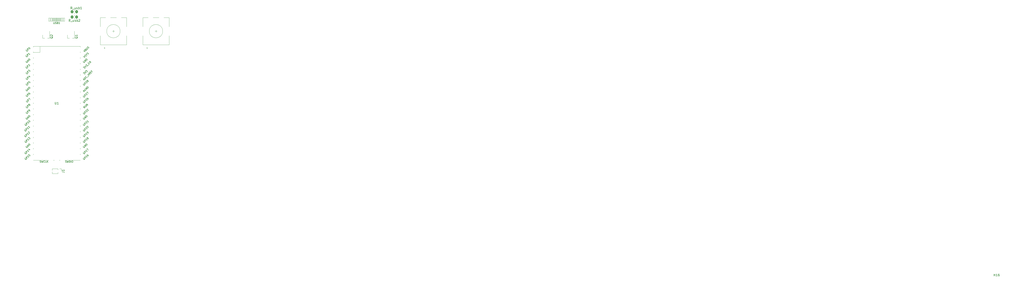
<source format=gto>
G04 #@! TF.GenerationSoftware,KiCad,Pcbnew,6.0.7-f9a2dced07~116~ubuntu22.04.1*
G04 #@! TF.CreationDate,2022-09-05T17:56:12+01:00*
G04 #@! TF.ProjectId,keyboard,6b657962-6f61-4726-942e-6b696361645f,rev?*
G04 #@! TF.SameCoordinates,Original*
G04 #@! TF.FileFunction,Legend,Top*
G04 #@! TF.FilePolarity,Positive*
%FSLAX46Y46*%
G04 Gerber Fmt 4.6, Leading zero omitted, Abs format (unit mm)*
G04 Created by KiCad (PCBNEW 6.0.7-f9a2dced07~116~ubuntu22.04.1) date 2022-09-05 17:56:12*
%MOMM*%
%LPD*%
G01*
G04 APERTURE LIST*
G04 Aperture macros list*
%AMRoundRect*
0 Rectangle with rounded corners*
0 $1 Rounding radius*
0 $2 $3 $4 $5 $6 $7 $8 $9 X,Y pos of 4 corners*
0 Add a 4 corners polygon primitive as box body*
4,1,4,$2,$3,$4,$5,$6,$7,$8,$9,$2,$3,0*
0 Add four circle primitives for the rounded corners*
1,1,$1+$1,$2,$3*
1,1,$1+$1,$4,$5*
1,1,$1+$1,$6,$7*
1,1,$1+$1,$8,$9*
0 Add four rect primitives between the rounded corners*
20,1,$1+$1,$2,$3,$4,$5,0*
20,1,$1+$1,$4,$5,$6,$7,0*
20,1,$1+$1,$6,$7,$8,$9,0*
20,1,$1+$1,$8,$9,$2,$3,0*%
G04 Aperture macros list end*
%ADD10C,0.150000*%
%ADD11C,0.120000*%
%ADD12C,1.750000*%
%ADD13C,3.987800*%
%ADD14C,2.250000*%
%ADD15C,1.905000*%
%ADD16R,1.905000X1.905000*%
%ADD17C,3.200000*%
%ADD18R,1.000000X1.000000*%
%ADD19O,1.000000X1.000000*%
%ADD20C,3.048000*%
%ADD21C,0.750000*%
%ADD22RoundRect,0.050000X0.300000X0.725000X-0.300000X0.725000X-0.300000X-0.725000X0.300000X-0.725000X0*%
%ADD23RoundRect,0.050000X0.150000X0.725000X-0.150000X0.725000X-0.150000X-0.725000X0.150000X-0.725000X0*%
%ADD24O,1.100000X2.200000*%
%ADD25O,1.100000X1.700000*%
%ADD26R,3.500000X1.700000*%
%ADD27R,1.700000X3.500000*%
%ADD28R,1.500000X1.500000*%
%ADD29R,0.800000X1.900000*%
%ADD30O,2.000000X3.200000*%
%ADD31R,2.000000X2.000000*%
%ADD32C,2.000000*%
%ADD33RoundRect,0.250000X-0.350000X-0.450000X0.350000X-0.450000X0.350000X0.450000X-0.350000X0.450000X0*%
G04 APERTURE END LIST*
D10*
X54011130Y-190039583D02*
X54725416Y-190039583D01*
X54868273Y-190087202D01*
X54963511Y-190182440D01*
X55011130Y-190325297D01*
X55011130Y-190420535D01*
X55011130Y-189039583D02*
X55011130Y-189611011D01*
X55011130Y-189325297D02*
X54011130Y-189325297D01*
X54153988Y-189420535D01*
X54249226Y-189515773D01*
X54296845Y-189611011D01*
X50203273Y-122918154D02*
X50203273Y-123565773D01*
X50241369Y-123641964D01*
X50279464Y-123680059D01*
X50355654Y-123718154D01*
X50508035Y-123718154D01*
X50584226Y-123680059D01*
X50622321Y-123641964D01*
X50660416Y-123565773D01*
X50660416Y-122918154D01*
X51003273Y-123680059D02*
X51117559Y-123718154D01*
X51308035Y-123718154D01*
X51384226Y-123680059D01*
X51422321Y-123641964D01*
X51460416Y-123565773D01*
X51460416Y-123489583D01*
X51422321Y-123413392D01*
X51384226Y-123375297D01*
X51308035Y-123337202D01*
X51155654Y-123299107D01*
X51079464Y-123261011D01*
X51041369Y-123222916D01*
X51003273Y-123146726D01*
X51003273Y-123070535D01*
X51041369Y-122994345D01*
X51079464Y-122956250D01*
X51155654Y-122918154D01*
X51346130Y-122918154D01*
X51460416Y-122956250D01*
X52069940Y-123299107D02*
X52184226Y-123337202D01*
X52222321Y-123375297D01*
X52260416Y-123451488D01*
X52260416Y-123565773D01*
X52222321Y-123641964D01*
X52184226Y-123680059D01*
X52108035Y-123718154D01*
X51803273Y-123718154D01*
X51803273Y-122918154D01*
X52069940Y-122918154D01*
X52146130Y-122956250D01*
X52184226Y-122994345D01*
X52222321Y-123070535D01*
X52222321Y-123146726D01*
X52184226Y-123222916D01*
X52146130Y-123261011D01*
X52069940Y-123299107D01*
X51803273Y-123299107D01*
X53022321Y-123718154D02*
X52565178Y-123718154D01*
X52793750Y-123718154D02*
X52793750Y-122918154D01*
X52717559Y-123032440D01*
X52641369Y-123108630D01*
X52565178Y-123146726D01*
X50831845Y-158751130D02*
X50831845Y-159560654D01*
X50879464Y-159655892D01*
X50927083Y-159703511D01*
X51022321Y-159751130D01*
X51212797Y-159751130D01*
X51308035Y-159703511D01*
X51355654Y-159655892D01*
X51403273Y-159560654D01*
X51403273Y-158751130D01*
X52403273Y-159751130D02*
X51831845Y-159751130D01*
X52117559Y-159751130D02*
X52117559Y-158751130D01*
X52022321Y-158893988D01*
X51927083Y-158989226D01*
X51831845Y-159036845D01*
X63691472Y-150545342D02*
X63610660Y-150572279D01*
X63529847Y-150653091D01*
X63475973Y-150760841D01*
X63475973Y-150868591D01*
X63502910Y-150949403D01*
X63583722Y-151084090D01*
X63664534Y-151164902D01*
X63799221Y-151245714D01*
X63880034Y-151272652D01*
X63987783Y-151272652D01*
X64095533Y-151218777D01*
X64149408Y-151164902D01*
X64203282Y-151057152D01*
X64203282Y-151003278D01*
X64014721Y-150814716D01*
X63906971Y-150922465D01*
X64499594Y-150814716D02*
X63933908Y-150249030D01*
X64149408Y-150033531D01*
X64230220Y-150006594D01*
X64284095Y-150006594D01*
X64364907Y-150033531D01*
X64445719Y-150114343D01*
X64472656Y-150195156D01*
X64472656Y-150249030D01*
X64445719Y-150329843D01*
X64230220Y-150545342D01*
X64526531Y-149764157D02*
X64526531Y-149710282D01*
X64553469Y-149629470D01*
X64688156Y-149494783D01*
X64768968Y-149467846D01*
X64822843Y-149467846D01*
X64903655Y-149494783D01*
X64957530Y-149548658D01*
X65011404Y-149656408D01*
X65011404Y-150302905D01*
X65361591Y-149952719D01*
X65361591Y-149306221D02*
X65280778Y-149333159D01*
X65226904Y-149333159D01*
X65146091Y-149306221D01*
X65119154Y-149279284D01*
X65092217Y-149198472D01*
X65092217Y-149144597D01*
X65119154Y-149063785D01*
X65226904Y-148956035D01*
X65307716Y-148929098D01*
X65361591Y-148929098D01*
X65442403Y-148956035D01*
X65469340Y-148982973D01*
X65496278Y-149063785D01*
X65496278Y-149117660D01*
X65469340Y-149198472D01*
X65361591Y-149306221D01*
X65334653Y-149387034D01*
X65334653Y-149440908D01*
X65361591Y-149521721D01*
X65469340Y-149629470D01*
X65550152Y-149656408D01*
X65604027Y-149656408D01*
X65684839Y-149629470D01*
X65792589Y-149521721D01*
X65819526Y-149440908D01*
X65819526Y-149387034D01*
X65792589Y-149306221D01*
X65684839Y-149198472D01*
X65604027Y-149171534D01*
X65550152Y-149171534D01*
X65469340Y-149198472D01*
X55498511Y-185822559D02*
X55612797Y-185860654D01*
X55803273Y-185860654D01*
X55879464Y-185822559D01*
X55917559Y-185784464D01*
X55955654Y-185708273D01*
X55955654Y-185632083D01*
X55917559Y-185555892D01*
X55879464Y-185517797D01*
X55803273Y-185479702D01*
X55650892Y-185441607D01*
X55574702Y-185403511D01*
X55536607Y-185365416D01*
X55498511Y-185289226D01*
X55498511Y-185213035D01*
X55536607Y-185136845D01*
X55574702Y-185098750D01*
X55650892Y-185060654D01*
X55841369Y-185060654D01*
X55955654Y-185098750D01*
X56222321Y-185060654D02*
X56412797Y-185860654D01*
X56565178Y-185289226D01*
X56717559Y-185860654D01*
X56908035Y-185060654D01*
X57212797Y-185860654D02*
X57212797Y-185060654D01*
X57403273Y-185060654D01*
X57517559Y-185098750D01*
X57593750Y-185174940D01*
X57631845Y-185251130D01*
X57669940Y-185403511D01*
X57669940Y-185517797D01*
X57631845Y-185670178D01*
X57593750Y-185746369D01*
X57517559Y-185822559D01*
X57403273Y-185860654D01*
X57212797Y-185860654D01*
X58012797Y-185860654D02*
X58012797Y-185060654D01*
X58546130Y-185060654D02*
X58698511Y-185060654D01*
X58774702Y-185098750D01*
X58850892Y-185174940D01*
X58888988Y-185327321D01*
X58888988Y-185593988D01*
X58850892Y-185746369D01*
X58774702Y-185822559D01*
X58698511Y-185860654D01*
X58546130Y-185860654D01*
X58469940Y-185822559D01*
X58393750Y-185746369D01*
X58355654Y-185593988D01*
X58355654Y-185327321D01*
X58393750Y-185174940D01*
X58469940Y-185098750D01*
X58546130Y-185060654D01*
X63691472Y-183819342D02*
X63610660Y-183846279D01*
X63529847Y-183927091D01*
X63475973Y-184034841D01*
X63475973Y-184142591D01*
X63502910Y-184223403D01*
X63583722Y-184358090D01*
X63664534Y-184438902D01*
X63799221Y-184519714D01*
X63880034Y-184546652D01*
X63987783Y-184546652D01*
X64095533Y-184492777D01*
X64149408Y-184438902D01*
X64203282Y-184331152D01*
X64203282Y-184277278D01*
X64014721Y-184088716D01*
X63906971Y-184196465D01*
X64499594Y-184088716D02*
X63933908Y-183523030D01*
X64149408Y-183307531D01*
X64230220Y-183280594D01*
X64284095Y-183280594D01*
X64364907Y-183307531D01*
X64445719Y-183388343D01*
X64472656Y-183469156D01*
X64472656Y-183523030D01*
X64445719Y-183603843D01*
X64230220Y-183819342D01*
X65361591Y-183226719D02*
X65038342Y-183549968D01*
X65199966Y-183388343D02*
X64634281Y-182822658D01*
X64661218Y-182957345D01*
X64661218Y-183065095D01*
X64634281Y-183145907D01*
X65280778Y-182176160D02*
X65173029Y-182283910D01*
X65146091Y-182364722D01*
X65146091Y-182418597D01*
X65173029Y-182553284D01*
X65253841Y-182687971D01*
X65469340Y-182903470D01*
X65550152Y-182930408D01*
X65604027Y-182930408D01*
X65684839Y-182903470D01*
X65792589Y-182795721D01*
X65819526Y-182714908D01*
X65819526Y-182661034D01*
X65792589Y-182580221D01*
X65657902Y-182445534D01*
X65577090Y-182418597D01*
X65523215Y-182418597D01*
X65442403Y-182445534D01*
X65334653Y-182553284D01*
X65307716Y-182634096D01*
X65307716Y-182687971D01*
X65334653Y-182768783D01*
X37583472Y-183819342D02*
X37502660Y-183846279D01*
X37421847Y-183927091D01*
X37367973Y-184034841D01*
X37367973Y-184142591D01*
X37394910Y-184223403D01*
X37475722Y-184358090D01*
X37556534Y-184438902D01*
X37691221Y-184519714D01*
X37772034Y-184546652D01*
X37879783Y-184546652D01*
X37987533Y-184492777D01*
X38041408Y-184438902D01*
X38095282Y-184331152D01*
X38095282Y-184277278D01*
X37906721Y-184088716D01*
X37798971Y-184196465D01*
X38391594Y-184088716D02*
X37825908Y-183523030D01*
X38041408Y-183307531D01*
X38122220Y-183280594D01*
X38176095Y-183280594D01*
X38256907Y-183307531D01*
X38337719Y-183388343D01*
X38364656Y-183469156D01*
X38364656Y-183523030D01*
X38337719Y-183603843D01*
X38122220Y-183819342D01*
X39253591Y-183226719D02*
X38930342Y-183549968D01*
X39091966Y-183388343D02*
X38526281Y-182822658D01*
X38553218Y-182957345D01*
X38553218Y-183065095D01*
X38526281Y-183145907D01*
X39199716Y-182149223D02*
X38930342Y-182418597D01*
X39172778Y-182714908D01*
X39172778Y-182661034D01*
X39199716Y-182580221D01*
X39334403Y-182445534D01*
X39415215Y-182418597D01*
X39469090Y-182418597D01*
X39549902Y-182445534D01*
X39684589Y-182580221D01*
X39711526Y-182661034D01*
X39711526Y-182714908D01*
X39684589Y-182795721D01*
X39549902Y-182930408D01*
X39469090Y-182957345D01*
X39415215Y-182957345D01*
X38006846Y-137819968D02*
X37926034Y-137846905D01*
X37845221Y-137927717D01*
X37791347Y-138035467D01*
X37791347Y-138143217D01*
X37818284Y-138224029D01*
X37899096Y-138358716D01*
X37979908Y-138439528D01*
X38114595Y-138520340D01*
X38195408Y-138547278D01*
X38303157Y-138547278D01*
X38410907Y-138493403D01*
X38464782Y-138439528D01*
X38518656Y-138331778D01*
X38518656Y-138277904D01*
X38330095Y-138089342D01*
X38222345Y-138197091D01*
X38814968Y-138089342D02*
X38249282Y-137523656D01*
X38464782Y-137308157D01*
X38545594Y-137281220D01*
X38599469Y-137281220D01*
X38680281Y-137308157D01*
X38761093Y-137388969D01*
X38788030Y-137469782D01*
X38788030Y-137523656D01*
X38761093Y-137604469D01*
X38545594Y-137819968D01*
X39676965Y-137227345D02*
X39353716Y-137550594D01*
X39515340Y-137388969D02*
X38949655Y-136823284D01*
X38976592Y-136957971D01*
X38976592Y-137065721D01*
X38949655Y-137146533D01*
X64432125Y-161242185D02*
X63974189Y-161161372D01*
X64108876Y-161565433D02*
X63543191Y-160999748D01*
X63758690Y-160784249D01*
X63839502Y-160757311D01*
X63893377Y-160757311D01*
X63974189Y-160784249D01*
X64055001Y-160865061D01*
X64081939Y-160945873D01*
X64081939Y-160999748D01*
X64055001Y-161080560D01*
X63839502Y-161296059D01*
X64108876Y-160434062D02*
X64566812Y-160891998D01*
X64647624Y-160918936D01*
X64701499Y-160918936D01*
X64782311Y-160891998D01*
X64890061Y-160784249D01*
X64916998Y-160703437D01*
X64916998Y-160649562D01*
X64890061Y-160568750D01*
X64432125Y-160110814D01*
X65267185Y-160407125D02*
X64701499Y-159841440D01*
X65590433Y-160083876D01*
X65024748Y-159518191D01*
X38106846Y-150529968D02*
X38026034Y-150556905D01*
X37945221Y-150637717D01*
X37891347Y-150745467D01*
X37891347Y-150853217D01*
X37918284Y-150934029D01*
X37999096Y-151068716D01*
X38079908Y-151149528D01*
X38214595Y-151230340D01*
X38295408Y-151257278D01*
X38403157Y-151257278D01*
X38510907Y-151203403D01*
X38564782Y-151149528D01*
X38618656Y-151041778D01*
X38618656Y-150987904D01*
X38430095Y-150799342D01*
X38322345Y-150907091D01*
X38914968Y-150799342D02*
X38349282Y-150233656D01*
X38564782Y-150018157D01*
X38645594Y-149991220D01*
X38699469Y-149991220D01*
X38780281Y-150018157D01*
X38861093Y-150098969D01*
X38888030Y-150179782D01*
X38888030Y-150233656D01*
X38861093Y-150314469D01*
X38645594Y-150529968D01*
X39184342Y-149398597D02*
X38914968Y-149667971D01*
X39157404Y-149964282D01*
X39157404Y-149910408D01*
X39184342Y-149829595D01*
X39319029Y-149694908D01*
X39399841Y-149667971D01*
X39453716Y-149667971D01*
X39534528Y-149694908D01*
X39669215Y-149829595D01*
X39696152Y-149910408D01*
X39696152Y-149964282D01*
X39669215Y-150045095D01*
X39534528Y-150179782D01*
X39453716Y-150206719D01*
X39399841Y-150206719D01*
X63691472Y-176199342D02*
X63610660Y-176226279D01*
X63529847Y-176307091D01*
X63475973Y-176414841D01*
X63475973Y-176522591D01*
X63502910Y-176603403D01*
X63583722Y-176738090D01*
X63664534Y-176818902D01*
X63799221Y-176899714D01*
X63880034Y-176926652D01*
X63987783Y-176926652D01*
X64095533Y-176872777D01*
X64149408Y-176818902D01*
X64203282Y-176711152D01*
X64203282Y-176657278D01*
X64014721Y-176468716D01*
X63906971Y-176576465D01*
X64499594Y-176468716D02*
X63933908Y-175903030D01*
X64149408Y-175687531D01*
X64230220Y-175660594D01*
X64284095Y-175660594D01*
X64364907Y-175687531D01*
X64445719Y-175768343D01*
X64472656Y-175849156D01*
X64472656Y-175903030D01*
X64445719Y-175983843D01*
X64230220Y-176199342D01*
X65361591Y-175606719D02*
X65038342Y-175929968D01*
X65199966Y-175768343D02*
X64634281Y-175202658D01*
X64661218Y-175337345D01*
X64661218Y-175445095D01*
X64634281Y-175525907D01*
X65361591Y-174960221D02*
X65280778Y-174987159D01*
X65226904Y-174987159D01*
X65146091Y-174960221D01*
X65119154Y-174933284D01*
X65092217Y-174852472D01*
X65092217Y-174798597D01*
X65119154Y-174717785D01*
X65226904Y-174610035D01*
X65307716Y-174583098D01*
X65361591Y-174583098D01*
X65442403Y-174610035D01*
X65469340Y-174636973D01*
X65496278Y-174717785D01*
X65496278Y-174771660D01*
X65469340Y-174852472D01*
X65361591Y-174960221D01*
X65334653Y-175041034D01*
X65334653Y-175094908D01*
X65361591Y-175175721D01*
X65469340Y-175283470D01*
X65550152Y-175310408D01*
X65604027Y-175310408D01*
X65684839Y-175283470D01*
X65792589Y-175175721D01*
X65819526Y-175094908D01*
X65819526Y-175041034D01*
X65792589Y-174960221D01*
X65684839Y-174852472D01*
X65604027Y-174825534D01*
X65550152Y-174825534D01*
X65469340Y-174852472D01*
X63514223Y-138368716D02*
X64268470Y-138745839D01*
X63891347Y-137991592D01*
X64591719Y-138368716D02*
X64699469Y-138314841D01*
X64834156Y-138180154D01*
X64861093Y-138099342D01*
X64861093Y-138045467D01*
X64834156Y-137964655D01*
X64780281Y-137910780D01*
X64699469Y-137883843D01*
X64645594Y-137883843D01*
X64564782Y-137910780D01*
X64430095Y-137991592D01*
X64349282Y-138018530D01*
X64295408Y-138018530D01*
X64214595Y-137991592D01*
X64160721Y-137937717D01*
X64133783Y-137856905D01*
X64133783Y-137803030D01*
X64160721Y-137722218D01*
X64295408Y-137587531D01*
X64403157Y-137533656D01*
X65022717Y-137452844D02*
X65292091Y-137722218D01*
X64537844Y-137345095D02*
X65022717Y-137452844D01*
X64914968Y-136967971D01*
X65615340Y-137345095D02*
X65723090Y-137291220D01*
X65857777Y-137156533D01*
X65884714Y-137075721D01*
X65884714Y-137021846D01*
X65857777Y-136941034D01*
X65803902Y-136887159D01*
X65723090Y-136860221D01*
X65669215Y-136860221D01*
X65588403Y-136887159D01*
X65453716Y-136967971D01*
X65372904Y-136994908D01*
X65319029Y-136994908D01*
X65238217Y-136967971D01*
X65184342Y-136914096D01*
X65157404Y-136833284D01*
X65157404Y-136779409D01*
X65184342Y-136698597D01*
X65319029Y-136563910D01*
X65426778Y-136510035D01*
X37437472Y-173659342D02*
X37356660Y-173686279D01*
X37275847Y-173767091D01*
X37221973Y-173874841D01*
X37221973Y-173982591D01*
X37248910Y-174063403D01*
X37329722Y-174198090D01*
X37410534Y-174278902D01*
X37545221Y-174359714D01*
X37626034Y-174386652D01*
X37733783Y-174386652D01*
X37841533Y-174332777D01*
X37895408Y-174278902D01*
X37949282Y-174171152D01*
X37949282Y-174117278D01*
X37760721Y-173928716D01*
X37652971Y-174036465D01*
X38245594Y-173928716D02*
X37679908Y-173363030D01*
X37895408Y-173147531D01*
X37976220Y-173120594D01*
X38030095Y-173120594D01*
X38110907Y-173147531D01*
X38191719Y-173228343D01*
X38218656Y-173309156D01*
X38218656Y-173363030D01*
X38191719Y-173443843D01*
X37976220Y-173659342D01*
X39107591Y-173066719D02*
X38784342Y-173389968D01*
X38945966Y-173228343D02*
X38380281Y-172662658D01*
X38407218Y-172797345D01*
X38407218Y-172905095D01*
X38380281Y-172985907D01*
X38811279Y-172339409D02*
X38811279Y-172285534D01*
X38838217Y-172204722D01*
X38972904Y-172070035D01*
X39053716Y-172043098D01*
X39107591Y-172043098D01*
X39188403Y-172070035D01*
X39242278Y-172123910D01*
X39296152Y-172231660D01*
X39296152Y-172878157D01*
X39646339Y-172527971D01*
X38079908Y-140396905D02*
X37999096Y-140423843D01*
X37918284Y-140504655D01*
X37864409Y-140612404D01*
X37864409Y-140720154D01*
X37891347Y-140800966D01*
X37972159Y-140935653D01*
X38052971Y-141016465D01*
X38187658Y-141097278D01*
X38268470Y-141124215D01*
X38376220Y-141124215D01*
X38483969Y-141070340D01*
X38537844Y-141016465D01*
X38591719Y-140908716D01*
X38591719Y-140854841D01*
X38403157Y-140666279D01*
X38295408Y-140774029D01*
X38888030Y-140666279D02*
X38322345Y-140100594D01*
X39211279Y-140343030D01*
X38645594Y-139777345D01*
X39480653Y-140073656D02*
X38914968Y-139507971D01*
X39049655Y-139373284D01*
X39157404Y-139319409D01*
X39265154Y-139319409D01*
X39345966Y-139346347D01*
X39480653Y-139427159D01*
X39561465Y-139507971D01*
X39642278Y-139642658D01*
X39669215Y-139723470D01*
X39669215Y-139831220D01*
X39615340Y-139938969D01*
X39480653Y-140073656D01*
X38206846Y-158119968D02*
X38126034Y-158146905D01*
X38045221Y-158227717D01*
X37991347Y-158335467D01*
X37991347Y-158443217D01*
X38018284Y-158524029D01*
X38099096Y-158658716D01*
X38179908Y-158739528D01*
X38314595Y-158820340D01*
X38395408Y-158847278D01*
X38503157Y-158847278D01*
X38610907Y-158793403D01*
X38664782Y-158739528D01*
X38718656Y-158631778D01*
X38718656Y-158577904D01*
X38530095Y-158389342D01*
X38422345Y-158497091D01*
X39014968Y-158389342D02*
X38449282Y-157823656D01*
X38664782Y-157608157D01*
X38745594Y-157581220D01*
X38799469Y-157581220D01*
X38880281Y-157608157D01*
X38961093Y-157688969D01*
X38988030Y-157769782D01*
X38988030Y-157823656D01*
X38961093Y-157904469D01*
X38745594Y-158119968D01*
X38961093Y-157311846D02*
X39338217Y-156934722D01*
X39661465Y-157742844D01*
X37437472Y-171119342D02*
X37356660Y-171146279D01*
X37275847Y-171227091D01*
X37221973Y-171334841D01*
X37221973Y-171442591D01*
X37248910Y-171523403D01*
X37329722Y-171658090D01*
X37410534Y-171738902D01*
X37545221Y-171819714D01*
X37626034Y-171846652D01*
X37733783Y-171846652D01*
X37841533Y-171792777D01*
X37895408Y-171738902D01*
X37949282Y-171631152D01*
X37949282Y-171577278D01*
X37760721Y-171388716D01*
X37652971Y-171496465D01*
X38245594Y-171388716D02*
X37679908Y-170823030D01*
X37895408Y-170607531D01*
X37976220Y-170580594D01*
X38030095Y-170580594D01*
X38110907Y-170607531D01*
X38191719Y-170688343D01*
X38218656Y-170769156D01*
X38218656Y-170823030D01*
X38191719Y-170903843D01*
X37976220Y-171119342D01*
X39107591Y-170526719D02*
X38784342Y-170849968D01*
X38945966Y-170688343D02*
X38380281Y-170122658D01*
X38407218Y-170257345D01*
X38407218Y-170365095D01*
X38380281Y-170445907D01*
X39646339Y-169987971D02*
X39323090Y-170311220D01*
X39484714Y-170149595D02*
X38919029Y-169583910D01*
X38945966Y-169718597D01*
X38945966Y-169826347D01*
X38919029Y-169907159D01*
X38106846Y-145449968D02*
X38026034Y-145476905D01*
X37945221Y-145557717D01*
X37891347Y-145665467D01*
X37891347Y-145773217D01*
X37918284Y-145854029D01*
X37999096Y-145988716D01*
X38079908Y-146069528D01*
X38214595Y-146150340D01*
X38295408Y-146177278D01*
X38403157Y-146177278D01*
X38510907Y-146123403D01*
X38564782Y-146069528D01*
X38618656Y-145961778D01*
X38618656Y-145907904D01*
X38430095Y-145719342D01*
X38322345Y-145827091D01*
X38914968Y-145719342D02*
X38349282Y-145153656D01*
X38564782Y-144938157D01*
X38645594Y-144911220D01*
X38699469Y-144911220D01*
X38780281Y-144938157D01*
X38861093Y-145018969D01*
X38888030Y-145099782D01*
X38888030Y-145153656D01*
X38861093Y-145234469D01*
X38645594Y-145449968D01*
X38861093Y-144641846D02*
X39211279Y-144291660D01*
X39238217Y-144695721D01*
X39319029Y-144614908D01*
X39399841Y-144587971D01*
X39453716Y-144587971D01*
X39534528Y-144614908D01*
X39669215Y-144749595D01*
X39696152Y-144830408D01*
X39696152Y-144884282D01*
X39669215Y-144965095D01*
X39507591Y-145126719D01*
X39426778Y-145153656D01*
X39372904Y-145153656D01*
X63679908Y-140396905D02*
X63599096Y-140423843D01*
X63518284Y-140504655D01*
X63464409Y-140612404D01*
X63464409Y-140720154D01*
X63491347Y-140800966D01*
X63572159Y-140935653D01*
X63652971Y-141016465D01*
X63787658Y-141097278D01*
X63868470Y-141124215D01*
X63976220Y-141124215D01*
X64083969Y-141070340D01*
X64137844Y-141016465D01*
X64191719Y-140908716D01*
X64191719Y-140854841D01*
X64003157Y-140666279D01*
X63895408Y-140774029D01*
X64488030Y-140666279D02*
X63922345Y-140100594D01*
X64811279Y-140343030D01*
X64245594Y-139777345D01*
X65080653Y-140073656D02*
X64514968Y-139507971D01*
X64649655Y-139373284D01*
X64757404Y-139319409D01*
X64865154Y-139319409D01*
X64945966Y-139346347D01*
X65080653Y-139427159D01*
X65161465Y-139507971D01*
X65242278Y-139642658D01*
X65269215Y-139723470D01*
X65269215Y-139831220D01*
X65215340Y-139938969D01*
X65080653Y-140073656D01*
X44084226Y-185822559D02*
X44198511Y-185860654D01*
X44388988Y-185860654D01*
X44465178Y-185822559D01*
X44503273Y-185784464D01*
X44541369Y-185708273D01*
X44541369Y-185632083D01*
X44503273Y-185555892D01*
X44465178Y-185517797D01*
X44388988Y-185479702D01*
X44236607Y-185441607D01*
X44160416Y-185403511D01*
X44122321Y-185365416D01*
X44084226Y-185289226D01*
X44084226Y-185213035D01*
X44122321Y-185136845D01*
X44160416Y-185098750D01*
X44236607Y-185060654D01*
X44427083Y-185060654D01*
X44541369Y-185098750D01*
X44808035Y-185060654D02*
X44998511Y-185860654D01*
X45150892Y-185289226D01*
X45303273Y-185860654D01*
X45493750Y-185060654D01*
X46255654Y-185784464D02*
X46217559Y-185822559D01*
X46103273Y-185860654D01*
X46027083Y-185860654D01*
X45912797Y-185822559D01*
X45836607Y-185746369D01*
X45798511Y-185670178D01*
X45760416Y-185517797D01*
X45760416Y-185403511D01*
X45798511Y-185251130D01*
X45836607Y-185174940D01*
X45912797Y-185098750D01*
X46027083Y-185060654D01*
X46103273Y-185060654D01*
X46217559Y-185098750D01*
X46255654Y-185136845D01*
X46979464Y-185860654D02*
X46598511Y-185860654D01*
X46598511Y-185060654D01*
X47246130Y-185860654D02*
X47246130Y-185060654D01*
X47703273Y-185860654D02*
X47360416Y-185403511D01*
X47703273Y-185060654D02*
X47246130Y-185517797D01*
X63748538Y-148832523D02*
X64017912Y-148563149D01*
X63856287Y-149048022D02*
X63479164Y-148293775D01*
X64233411Y-148670899D01*
X64421973Y-148482337D02*
X63856287Y-147916652D01*
X63990974Y-147781965D01*
X64098724Y-147728090D01*
X64206473Y-147728090D01*
X64287286Y-147755027D01*
X64421973Y-147835839D01*
X64502785Y-147916652D01*
X64583597Y-148051339D01*
X64610534Y-148132151D01*
X64610534Y-148239900D01*
X64556660Y-148347650D01*
X64421973Y-148482337D01*
X65257032Y-147539528D02*
X65257032Y-147593403D01*
X65203157Y-147701152D01*
X65149282Y-147755027D01*
X65041533Y-147808902D01*
X64933783Y-147808902D01*
X64852971Y-147781965D01*
X64718284Y-147701152D01*
X64637472Y-147620340D01*
X64556660Y-147485653D01*
X64529722Y-147404841D01*
X64529722Y-147297091D01*
X64583597Y-147189342D01*
X64637472Y-147135467D01*
X64745221Y-147081592D01*
X64799096Y-147081592D01*
X65472531Y-147539528D02*
X65903530Y-147108530D01*
X65337844Y-146435095D02*
X66092091Y-146812218D01*
X65714968Y-146057971D01*
X66792464Y-146111846D02*
X66334528Y-146031034D01*
X66469215Y-146435095D02*
X65903530Y-145869409D01*
X66119029Y-145653910D01*
X66199841Y-145626973D01*
X66253716Y-145626973D01*
X66334528Y-145653910D01*
X66415340Y-145734722D01*
X66442278Y-145815534D01*
X66442278Y-145869409D01*
X66415340Y-145950221D01*
X66199841Y-146165721D01*
X66738589Y-145573098D02*
X66927151Y-145384536D01*
X67304274Y-145600035D02*
X67034900Y-145869409D01*
X66469215Y-145303724D01*
X66738589Y-145034350D01*
X67438961Y-144872725D02*
X67250400Y-145061287D01*
X67546711Y-145357599D02*
X66981026Y-144791913D01*
X67250400Y-144522539D01*
X63691472Y-158419342D02*
X63610660Y-158446279D01*
X63529847Y-158527091D01*
X63475973Y-158634841D01*
X63475973Y-158742591D01*
X63502910Y-158823403D01*
X63583722Y-158958090D01*
X63664534Y-159038902D01*
X63799221Y-159119714D01*
X63880034Y-159146652D01*
X63987783Y-159146652D01*
X64095533Y-159092777D01*
X64149408Y-159038902D01*
X64203282Y-158931152D01*
X64203282Y-158877278D01*
X64014721Y-158688716D01*
X63906971Y-158796465D01*
X64499594Y-158688716D02*
X63933908Y-158123030D01*
X64149408Y-157907531D01*
X64230220Y-157880594D01*
X64284095Y-157880594D01*
X64364907Y-157907531D01*
X64445719Y-157988343D01*
X64472656Y-158069156D01*
X64472656Y-158123030D01*
X64445719Y-158203843D01*
X64230220Y-158419342D01*
X64526531Y-157638157D02*
X64526531Y-157584282D01*
X64553469Y-157503470D01*
X64688156Y-157368783D01*
X64768968Y-157341846D01*
X64822843Y-157341846D01*
X64903655Y-157368783D01*
X64957530Y-157422658D01*
X65011404Y-157530408D01*
X65011404Y-158176905D01*
X65361591Y-157826719D01*
X65280778Y-156776160D02*
X65173029Y-156883910D01*
X65146091Y-156964722D01*
X65146091Y-157018597D01*
X65173029Y-157153284D01*
X65253841Y-157287971D01*
X65469340Y-157503470D01*
X65550152Y-157530408D01*
X65604027Y-157530408D01*
X65684839Y-157503470D01*
X65792589Y-157395721D01*
X65819526Y-157314908D01*
X65819526Y-157261034D01*
X65792589Y-157180221D01*
X65657902Y-157045534D01*
X65577090Y-157018597D01*
X65523215Y-157018597D01*
X65442403Y-157045534D01*
X65334653Y-157153284D01*
X65307716Y-157234096D01*
X65307716Y-157287971D01*
X65334653Y-157368783D01*
X38079908Y-165796905D02*
X37999096Y-165823843D01*
X37918284Y-165904655D01*
X37864409Y-166012404D01*
X37864409Y-166120154D01*
X37891347Y-166200966D01*
X37972159Y-166335653D01*
X38052971Y-166416465D01*
X38187658Y-166497278D01*
X38268470Y-166524215D01*
X38376220Y-166524215D01*
X38483969Y-166470340D01*
X38537844Y-166416465D01*
X38591719Y-166308716D01*
X38591719Y-166254841D01*
X38403157Y-166066279D01*
X38295408Y-166174029D01*
X38888030Y-166066279D02*
X38322345Y-165500594D01*
X39211279Y-165743030D01*
X38645594Y-165177345D01*
X39480653Y-165473656D02*
X38914968Y-164907971D01*
X39049655Y-164773284D01*
X39157404Y-164719409D01*
X39265154Y-164719409D01*
X39345966Y-164746347D01*
X39480653Y-164827159D01*
X39561465Y-164907971D01*
X39642278Y-165042658D01*
X39669215Y-165123470D01*
X39669215Y-165231220D01*
X39615340Y-165338969D01*
X39480653Y-165473656D01*
X63546879Y-135826059D02*
X64301127Y-136203183D01*
X63924003Y-135448936D01*
X64570501Y-135341186D02*
X64678250Y-135287311D01*
X64732125Y-135287311D01*
X64812937Y-135314249D01*
X64893750Y-135395061D01*
X64920687Y-135475873D01*
X64920687Y-135529748D01*
X64893750Y-135610560D01*
X64678250Y-135826059D01*
X64112565Y-135260374D01*
X64301127Y-135071812D01*
X64381939Y-135044875D01*
X64435814Y-135044875D01*
X64516626Y-135071812D01*
X64570501Y-135125687D01*
X64597438Y-135206499D01*
X64597438Y-135260374D01*
X64570501Y-135341186D01*
X64381939Y-135529748D01*
X64678250Y-134694688D02*
X65136186Y-135152624D01*
X65216998Y-135179562D01*
X65270873Y-135179562D01*
X65351685Y-135152624D01*
X65459435Y-135044875D01*
X65486372Y-134964062D01*
X65486372Y-134910188D01*
X65459435Y-134829375D01*
X65001499Y-134371440D01*
X65782684Y-134667751D02*
X65890433Y-134613876D01*
X66025120Y-134479189D01*
X66052058Y-134398377D01*
X66052058Y-134344502D01*
X66025120Y-134263690D01*
X65971246Y-134209815D01*
X65890433Y-134182878D01*
X65836559Y-134182878D01*
X65755746Y-134209815D01*
X65621059Y-134290627D01*
X65540247Y-134317565D01*
X65486372Y-134317565D01*
X65405560Y-134290627D01*
X65351685Y-134236753D01*
X65324748Y-134155940D01*
X65324748Y-134102066D01*
X65351685Y-134021253D01*
X65486372Y-133886566D01*
X65594122Y-133832692D01*
X63691472Y-181279342D02*
X63610660Y-181306279D01*
X63529847Y-181387091D01*
X63475973Y-181494841D01*
X63475973Y-181602591D01*
X63502910Y-181683403D01*
X63583722Y-181818090D01*
X63664534Y-181898902D01*
X63799221Y-181979714D01*
X63880034Y-182006652D01*
X63987783Y-182006652D01*
X64095533Y-181952777D01*
X64149408Y-181898902D01*
X64203282Y-181791152D01*
X64203282Y-181737278D01*
X64014721Y-181548716D01*
X63906971Y-181656465D01*
X64499594Y-181548716D02*
X63933908Y-180983030D01*
X64149408Y-180767531D01*
X64230220Y-180740594D01*
X64284095Y-180740594D01*
X64364907Y-180767531D01*
X64445719Y-180848343D01*
X64472656Y-180929156D01*
X64472656Y-180983030D01*
X64445719Y-181063843D01*
X64230220Y-181279342D01*
X65361591Y-180686719D02*
X65038342Y-181009968D01*
X65199966Y-180848343D02*
X64634281Y-180282658D01*
X64661218Y-180417345D01*
X64661218Y-180525095D01*
X64634281Y-180605907D01*
X64984467Y-179932472D02*
X65361591Y-179555348D01*
X65684839Y-180363470D01*
X63515881Y-143257058D02*
X63866067Y-142906872D01*
X63893005Y-143310933D01*
X63973817Y-143230120D01*
X64054629Y-143203183D01*
X64108504Y-143203183D01*
X64189316Y-143230120D01*
X64324003Y-143364807D01*
X64350940Y-143445620D01*
X64350940Y-143499494D01*
X64324003Y-143580307D01*
X64162379Y-143741931D01*
X64081566Y-143768868D01*
X64027692Y-143768868D01*
X64027692Y-142745247D02*
X64781939Y-143122371D01*
X64404815Y-142368124D01*
X64539502Y-142233437D02*
X64889688Y-141883250D01*
X64916626Y-142287311D01*
X64997438Y-142206499D01*
X65078250Y-142179562D01*
X65132125Y-142179562D01*
X65212937Y-142206499D01*
X65347624Y-142341186D01*
X65374562Y-142421998D01*
X65374562Y-142475873D01*
X65347624Y-142556685D01*
X65186000Y-142718310D01*
X65105188Y-142745247D01*
X65051313Y-142745247D01*
X65616998Y-142395061D02*
X66047997Y-141964062D01*
X65832498Y-141479189D02*
X66021059Y-141290627D01*
X66398183Y-141506127D02*
X66128809Y-141775501D01*
X65563124Y-141209815D01*
X65832498Y-140940441D01*
X66640620Y-141263690D02*
X66074934Y-140698005D01*
X66963868Y-140940441D01*
X66398183Y-140374756D01*
X38079908Y-153096905D02*
X37999096Y-153123843D01*
X37918284Y-153204655D01*
X37864409Y-153312404D01*
X37864409Y-153420154D01*
X37891347Y-153500966D01*
X37972159Y-153635653D01*
X38052971Y-153716465D01*
X38187658Y-153797278D01*
X38268470Y-153824215D01*
X38376220Y-153824215D01*
X38483969Y-153770340D01*
X38537844Y-153716465D01*
X38591719Y-153608716D01*
X38591719Y-153554841D01*
X38403157Y-153366279D01*
X38295408Y-153474029D01*
X38888030Y-153366279D02*
X38322345Y-152800594D01*
X39211279Y-153043030D01*
X38645594Y-152477345D01*
X39480653Y-152773656D02*
X38914968Y-152207971D01*
X39049655Y-152073284D01*
X39157404Y-152019409D01*
X39265154Y-152019409D01*
X39345966Y-152046347D01*
X39480653Y-152127159D01*
X39561465Y-152207971D01*
X39642278Y-152342658D01*
X39669215Y-152423470D01*
X39669215Y-152531220D01*
X39615340Y-152638969D01*
X39480653Y-152773656D01*
X63691472Y-171119342D02*
X63610660Y-171146279D01*
X63529847Y-171227091D01*
X63475973Y-171334841D01*
X63475973Y-171442591D01*
X63502910Y-171523403D01*
X63583722Y-171658090D01*
X63664534Y-171738902D01*
X63799221Y-171819714D01*
X63880034Y-171846652D01*
X63987783Y-171846652D01*
X64095533Y-171792777D01*
X64149408Y-171738902D01*
X64203282Y-171631152D01*
X64203282Y-171577278D01*
X64014721Y-171388716D01*
X63906971Y-171496465D01*
X64499594Y-171388716D02*
X63933908Y-170823030D01*
X64149408Y-170607531D01*
X64230220Y-170580594D01*
X64284095Y-170580594D01*
X64364907Y-170607531D01*
X64445719Y-170688343D01*
X64472656Y-170769156D01*
X64472656Y-170823030D01*
X64445719Y-170903843D01*
X64230220Y-171119342D01*
X64526531Y-170338157D02*
X64526531Y-170284282D01*
X64553469Y-170203470D01*
X64688156Y-170068783D01*
X64768968Y-170041846D01*
X64822843Y-170041846D01*
X64903655Y-170068783D01*
X64957530Y-170122658D01*
X65011404Y-170230408D01*
X65011404Y-170876905D01*
X65361591Y-170526719D01*
X65146091Y-169610847D02*
X65199966Y-169556973D01*
X65280778Y-169530035D01*
X65334653Y-169530035D01*
X65415465Y-169556973D01*
X65550152Y-169637785D01*
X65684839Y-169772472D01*
X65765652Y-169907159D01*
X65792589Y-169987971D01*
X65792589Y-170041846D01*
X65765652Y-170122658D01*
X65711777Y-170176533D01*
X65630965Y-170203470D01*
X65577090Y-170203470D01*
X65496278Y-170176533D01*
X65361591Y-170095721D01*
X65226904Y-169961034D01*
X65146091Y-169826347D01*
X65119154Y-169745534D01*
X65119154Y-169691660D01*
X65146091Y-169610847D01*
X38106846Y-155609968D02*
X38026034Y-155636905D01*
X37945221Y-155717717D01*
X37891347Y-155825467D01*
X37891347Y-155933217D01*
X37918284Y-156014029D01*
X37999096Y-156148716D01*
X38079908Y-156229528D01*
X38214595Y-156310340D01*
X38295408Y-156337278D01*
X38403157Y-156337278D01*
X38510907Y-156283403D01*
X38564782Y-156229528D01*
X38618656Y-156121778D01*
X38618656Y-156067904D01*
X38430095Y-155879342D01*
X38322345Y-155987091D01*
X38914968Y-155879342D02*
X38349282Y-155313656D01*
X38564782Y-155098157D01*
X38645594Y-155071220D01*
X38699469Y-155071220D01*
X38780281Y-155098157D01*
X38861093Y-155178969D01*
X38888030Y-155259782D01*
X38888030Y-155313656D01*
X38861093Y-155394469D01*
X38645594Y-155609968D01*
X39157404Y-154505534D02*
X39049655Y-154613284D01*
X39022717Y-154694096D01*
X39022717Y-154747971D01*
X39049655Y-154882658D01*
X39130467Y-155017345D01*
X39345966Y-155232844D01*
X39426778Y-155259782D01*
X39480653Y-155259782D01*
X39561465Y-155232844D01*
X39669215Y-155125095D01*
X39696152Y-155044282D01*
X39696152Y-154990408D01*
X39669215Y-154909595D01*
X39534528Y-154774908D01*
X39453716Y-154747971D01*
X39399841Y-154747971D01*
X39319029Y-154774908D01*
X39211279Y-154882658D01*
X39184342Y-154963470D01*
X39184342Y-155017345D01*
X39211279Y-155098157D01*
X63679908Y-178496905D02*
X63599096Y-178523843D01*
X63518284Y-178604655D01*
X63464409Y-178712404D01*
X63464409Y-178820154D01*
X63491347Y-178900966D01*
X63572159Y-179035653D01*
X63652971Y-179116465D01*
X63787658Y-179197278D01*
X63868470Y-179224215D01*
X63976220Y-179224215D01*
X64083969Y-179170340D01*
X64137844Y-179116465D01*
X64191719Y-179008716D01*
X64191719Y-178954841D01*
X64003157Y-178766279D01*
X63895408Y-178874029D01*
X64488030Y-178766279D02*
X63922345Y-178200594D01*
X64811279Y-178443030D01*
X64245594Y-177877345D01*
X65080653Y-178173656D02*
X64514968Y-177607971D01*
X64649655Y-177473284D01*
X64757404Y-177419409D01*
X64865154Y-177419409D01*
X64945966Y-177446347D01*
X65080653Y-177527159D01*
X65161465Y-177607971D01*
X65242278Y-177742658D01*
X65269215Y-177823470D01*
X65269215Y-177931220D01*
X65215340Y-178038969D01*
X65080653Y-178173656D01*
X37583472Y-168579342D02*
X37502660Y-168606279D01*
X37421847Y-168687091D01*
X37367973Y-168794841D01*
X37367973Y-168902591D01*
X37394910Y-168983403D01*
X37475722Y-169118090D01*
X37556534Y-169198902D01*
X37691221Y-169279714D01*
X37772034Y-169306652D01*
X37879783Y-169306652D01*
X37987533Y-169252777D01*
X38041408Y-169198902D01*
X38095282Y-169091152D01*
X38095282Y-169037278D01*
X37906721Y-168848716D01*
X37798971Y-168956465D01*
X38391594Y-168848716D02*
X37825908Y-168283030D01*
X38041408Y-168067531D01*
X38122220Y-168040594D01*
X38176095Y-168040594D01*
X38256907Y-168067531D01*
X38337719Y-168148343D01*
X38364656Y-168229156D01*
X38364656Y-168283030D01*
X38337719Y-168363843D01*
X38122220Y-168579342D01*
X39253591Y-167986719D02*
X38930342Y-168309968D01*
X39091966Y-168148343D02*
X38526281Y-167582658D01*
X38553218Y-167717345D01*
X38553218Y-167825095D01*
X38526281Y-167905907D01*
X39038091Y-167070847D02*
X39091966Y-167016973D01*
X39172778Y-166990035D01*
X39226653Y-166990035D01*
X39307465Y-167016973D01*
X39442152Y-167097785D01*
X39576839Y-167232472D01*
X39657652Y-167367159D01*
X39684589Y-167447971D01*
X39684589Y-167501846D01*
X39657652Y-167582658D01*
X39603777Y-167636533D01*
X39522965Y-167663470D01*
X39469090Y-167663470D01*
X39388278Y-167636533D01*
X39253591Y-167555721D01*
X39118904Y-167421034D01*
X39038091Y-167286347D01*
X39011154Y-167205534D01*
X39011154Y-167151660D01*
X39038091Y-167070847D01*
X38106846Y-135289968D02*
X38026034Y-135316905D01*
X37945221Y-135397717D01*
X37891347Y-135505467D01*
X37891347Y-135613217D01*
X37918284Y-135694029D01*
X37999096Y-135828716D01*
X38079908Y-135909528D01*
X38214595Y-135990340D01*
X38295408Y-136017278D01*
X38403157Y-136017278D01*
X38510907Y-135963403D01*
X38564782Y-135909528D01*
X38618656Y-135801778D01*
X38618656Y-135747904D01*
X38430095Y-135559342D01*
X38322345Y-135667091D01*
X38914968Y-135559342D02*
X38349282Y-134993656D01*
X38564782Y-134778157D01*
X38645594Y-134751220D01*
X38699469Y-134751220D01*
X38780281Y-134778157D01*
X38861093Y-134858969D01*
X38888030Y-134939782D01*
X38888030Y-134993656D01*
X38861093Y-135074469D01*
X38645594Y-135289968D01*
X39022717Y-134320221D02*
X39076592Y-134266347D01*
X39157404Y-134239409D01*
X39211279Y-134239409D01*
X39292091Y-134266347D01*
X39426778Y-134347159D01*
X39561465Y-134481846D01*
X39642278Y-134616533D01*
X39669215Y-134697345D01*
X39669215Y-134751220D01*
X39642278Y-134832032D01*
X39588403Y-134885907D01*
X39507591Y-134912844D01*
X39453716Y-134912844D01*
X39372904Y-134885907D01*
X39238217Y-134805095D01*
X39103530Y-134670408D01*
X39022717Y-134535721D01*
X38995780Y-134454908D01*
X38995780Y-134401034D01*
X39022717Y-134320221D01*
X63745347Y-154039714D02*
X64014721Y-153770340D01*
X63853096Y-154255213D02*
X63475973Y-153500966D01*
X64230220Y-153878090D01*
X64176345Y-152854469D02*
X64095533Y-152881406D01*
X64014721Y-152962218D01*
X63960846Y-153069968D01*
X63960846Y-153177717D01*
X63987783Y-153258530D01*
X64068595Y-153393217D01*
X64149408Y-153474029D01*
X64284095Y-153554841D01*
X64364907Y-153581778D01*
X64472656Y-153581778D01*
X64580406Y-153527904D01*
X64634281Y-153474029D01*
X64688156Y-153366279D01*
X64688156Y-153312404D01*
X64499594Y-153123843D01*
X64391844Y-153231592D01*
X64984467Y-153123843D02*
X64418782Y-152558157D01*
X65307716Y-152800594D01*
X64742030Y-152234908D01*
X65577090Y-152531220D02*
X65011404Y-151965534D01*
X65146091Y-151830847D01*
X65253841Y-151776973D01*
X65361591Y-151776973D01*
X65442403Y-151803910D01*
X65577090Y-151884722D01*
X65657902Y-151965534D01*
X65738714Y-152100221D01*
X65765652Y-152181034D01*
X65765652Y-152288783D01*
X65711777Y-152396533D01*
X65577090Y-152531220D01*
X63691472Y-155889342D02*
X63610660Y-155916279D01*
X63529847Y-155997091D01*
X63475973Y-156104841D01*
X63475973Y-156212591D01*
X63502910Y-156293403D01*
X63583722Y-156428090D01*
X63664534Y-156508902D01*
X63799221Y-156589714D01*
X63880034Y-156616652D01*
X63987783Y-156616652D01*
X64095533Y-156562777D01*
X64149408Y-156508902D01*
X64203282Y-156401152D01*
X64203282Y-156347278D01*
X64014721Y-156158716D01*
X63906971Y-156266465D01*
X64499594Y-156158716D02*
X63933908Y-155593030D01*
X64149408Y-155377531D01*
X64230220Y-155350594D01*
X64284095Y-155350594D01*
X64364907Y-155377531D01*
X64445719Y-155458343D01*
X64472656Y-155539156D01*
X64472656Y-155593030D01*
X64445719Y-155673843D01*
X64230220Y-155889342D01*
X64526531Y-155108157D02*
X64526531Y-155054282D01*
X64553469Y-154973470D01*
X64688156Y-154838783D01*
X64768968Y-154811846D01*
X64822843Y-154811846D01*
X64903655Y-154838783D01*
X64957530Y-154892658D01*
X65011404Y-155000408D01*
X65011404Y-155646905D01*
X65361591Y-155296719D01*
X64984467Y-154542472D02*
X65361591Y-154165348D01*
X65684839Y-154973470D01*
X38106846Y-147989968D02*
X38026034Y-148016905D01*
X37945221Y-148097717D01*
X37891347Y-148205467D01*
X37891347Y-148313217D01*
X37918284Y-148394029D01*
X37999096Y-148528716D01*
X38079908Y-148609528D01*
X38214595Y-148690340D01*
X38295408Y-148717278D01*
X38403157Y-148717278D01*
X38510907Y-148663403D01*
X38564782Y-148609528D01*
X38618656Y-148501778D01*
X38618656Y-148447904D01*
X38430095Y-148259342D01*
X38322345Y-148367091D01*
X38914968Y-148259342D02*
X38349282Y-147693656D01*
X38564782Y-147478157D01*
X38645594Y-147451220D01*
X38699469Y-147451220D01*
X38780281Y-147478157D01*
X38861093Y-147558969D01*
X38888030Y-147639782D01*
X38888030Y-147693656D01*
X38861093Y-147774469D01*
X38645594Y-147989968D01*
X39345966Y-147074096D02*
X39723090Y-147451220D01*
X38995780Y-146993284D02*
X39265154Y-147532032D01*
X39615340Y-147181846D01*
X38079908Y-178496905D02*
X37999096Y-178523843D01*
X37918284Y-178604655D01*
X37864409Y-178712404D01*
X37864409Y-178820154D01*
X37891347Y-178900966D01*
X37972159Y-179035653D01*
X38052971Y-179116465D01*
X38187658Y-179197278D01*
X38268470Y-179224215D01*
X38376220Y-179224215D01*
X38483969Y-179170340D01*
X38537844Y-179116465D01*
X38591719Y-179008716D01*
X38591719Y-178954841D01*
X38403157Y-178766279D01*
X38295408Y-178874029D01*
X38888030Y-178766279D02*
X38322345Y-178200594D01*
X39211279Y-178443030D01*
X38645594Y-177877345D01*
X39480653Y-178173656D02*
X38914968Y-177607971D01*
X39049655Y-177473284D01*
X39157404Y-177419409D01*
X39265154Y-177419409D01*
X39345966Y-177446347D01*
X39480653Y-177527159D01*
X39561465Y-177607971D01*
X39642278Y-177742658D01*
X39669215Y-177823470D01*
X39669215Y-177931220D01*
X39615340Y-178038969D01*
X39480653Y-178173656D01*
X63691472Y-163499342D02*
X63610660Y-163526279D01*
X63529847Y-163607091D01*
X63475973Y-163714841D01*
X63475973Y-163822591D01*
X63502910Y-163903403D01*
X63583722Y-164038090D01*
X63664534Y-164118902D01*
X63799221Y-164199714D01*
X63880034Y-164226652D01*
X63987783Y-164226652D01*
X64095533Y-164172777D01*
X64149408Y-164118902D01*
X64203282Y-164011152D01*
X64203282Y-163957278D01*
X64014721Y-163768716D01*
X63906971Y-163876465D01*
X64499594Y-163768716D02*
X63933908Y-163203030D01*
X64149408Y-162987531D01*
X64230220Y-162960594D01*
X64284095Y-162960594D01*
X64364907Y-162987531D01*
X64445719Y-163068343D01*
X64472656Y-163149156D01*
X64472656Y-163203030D01*
X64445719Y-163283843D01*
X64230220Y-163499342D01*
X64526531Y-162718157D02*
X64526531Y-162664282D01*
X64553469Y-162583470D01*
X64688156Y-162448783D01*
X64768968Y-162421846D01*
X64822843Y-162421846D01*
X64903655Y-162448783D01*
X64957530Y-162502658D01*
X65011404Y-162610408D01*
X65011404Y-163256905D01*
X65361591Y-162906719D01*
X65065279Y-162179409D02*
X65065279Y-162125534D01*
X65092217Y-162044722D01*
X65226904Y-161910035D01*
X65307716Y-161883098D01*
X65361591Y-161883098D01*
X65442403Y-161910035D01*
X65496278Y-161963910D01*
X65550152Y-162071660D01*
X65550152Y-162718157D01*
X65900339Y-162367971D01*
X37537472Y-181279342D02*
X37456660Y-181306279D01*
X37375847Y-181387091D01*
X37321973Y-181494841D01*
X37321973Y-181602591D01*
X37348910Y-181683403D01*
X37429722Y-181818090D01*
X37510534Y-181898902D01*
X37645221Y-181979714D01*
X37726034Y-182006652D01*
X37833783Y-182006652D01*
X37941533Y-181952777D01*
X37995408Y-181898902D01*
X38049282Y-181791152D01*
X38049282Y-181737278D01*
X37860721Y-181548716D01*
X37752971Y-181656465D01*
X38345594Y-181548716D02*
X37779908Y-180983030D01*
X37995408Y-180767531D01*
X38076220Y-180740594D01*
X38130095Y-180740594D01*
X38210907Y-180767531D01*
X38291719Y-180848343D01*
X38318656Y-180929156D01*
X38318656Y-180983030D01*
X38291719Y-181063843D01*
X38076220Y-181279342D01*
X39207591Y-180686719D02*
X38884342Y-181009968D01*
X39045966Y-180848343D02*
X38480281Y-180282658D01*
X38507218Y-180417345D01*
X38507218Y-180525095D01*
X38480281Y-180605907D01*
X39315340Y-179824722D02*
X39692464Y-180201846D01*
X38965154Y-179743910D02*
X39234528Y-180282658D01*
X39584714Y-179932472D01*
X63679908Y-165796905D02*
X63599096Y-165823843D01*
X63518284Y-165904655D01*
X63464409Y-166012404D01*
X63464409Y-166120154D01*
X63491347Y-166200966D01*
X63572159Y-166335653D01*
X63652971Y-166416465D01*
X63787658Y-166497278D01*
X63868470Y-166524215D01*
X63976220Y-166524215D01*
X64083969Y-166470340D01*
X64137844Y-166416465D01*
X64191719Y-166308716D01*
X64191719Y-166254841D01*
X64003157Y-166066279D01*
X63895408Y-166174029D01*
X64488030Y-166066279D02*
X63922345Y-165500594D01*
X64811279Y-165743030D01*
X64245594Y-165177345D01*
X65080653Y-165473656D02*
X64514968Y-164907971D01*
X64649655Y-164773284D01*
X64757404Y-164719409D01*
X64865154Y-164719409D01*
X64945966Y-164746347D01*
X65080653Y-164827159D01*
X65161465Y-164907971D01*
X65242278Y-165042658D01*
X65269215Y-165123470D01*
X65269215Y-165231220D01*
X65215340Y-165338969D01*
X65080653Y-165473656D01*
X63483597Y-145789342D02*
X63833783Y-145439156D01*
X63860721Y-145843217D01*
X63941533Y-145762404D01*
X64022345Y-145735467D01*
X64076220Y-145735467D01*
X64157032Y-145762404D01*
X64291719Y-145897091D01*
X64318656Y-145977904D01*
X64318656Y-146031778D01*
X64291719Y-146112591D01*
X64130095Y-146274215D01*
X64049282Y-146301152D01*
X63995408Y-146301152D01*
X63995408Y-145277531D02*
X64749655Y-145654655D01*
X64372531Y-144900408D01*
X64507218Y-144765721D02*
X64857404Y-144415534D01*
X64884342Y-144819595D01*
X64965154Y-144738783D01*
X65045966Y-144711846D01*
X65099841Y-144711846D01*
X65180653Y-144738783D01*
X65315340Y-144873470D01*
X65342278Y-144954282D01*
X65342278Y-145008157D01*
X65315340Y-145088969D01*
X65153716Y-145250594D01*
X65072904Y-145277531D01*
X65019029Y-145277531D01*
X63691472Y-168589342D02*
X63610660Y-168616279D01*
X63529847Y-168697091D01*
X63475973Y-168804841D01*
X63475973Y-168912591D01*
X63502910Y-168993403D01*
X63583722Y-169128090D01*
X63664534Y-169208902D01*
X63799221Y-169289714D01*
X63880034Y-169316652D01*
X63987783Y-169316652D01*
X64095533Y-169262777D01*
X64149408Y-169208902D01*
X64203282Y-169101152D01*
X64203282Y-169047278D01*
X64014721Y-168858716D01*
X63906971Y-168966465D01*
X64499594Y-168858716D02*
X63933908Y-168293030D01*
X64149408Y-168077531D01*
X64230220Y-168050594D01*
X64284095Y-168050594D01*
X64364907Y-168077531D01*
X64445719Y-168158343D01*
X64472656Y-168239156D01*
X64472656Y-168293030D01*
X64445719Y-168373843D01*
X64230220Y-168589342D01*
X64526531Y-167808157D02*
X64526531Y-167754282D01*
X64553469Y-167673470D01*
X64688156Y-167538783D01*
X64768968Y-167511846D01*
X64822843Y-167511846D01*
X64903655Y-167538783D01*
X64957530Y-167592658D01*
X65011404Y-167700408D01*
X65011404Y-168346905D01*
X65361591Y-167996719D01*
X65900339Y-167457971D02*
X65577090Y-167781220D01*
X65738714Y-167619595D02*
X65173029Y-167053910D01*
X65199966Y-167188597D01*
X65199966Y-167296347D01*
X65173029Y-167377159D01*
X37583472Y-176199342D02*
X37502660Y-176226279D01*
X37421847Y-176307091D01*
X37367973Y-176414841D01*
X37367973Y-176522591D01*
X37394910Y-176603403D01*
X37475722Y-176738090D01*
X37556534Y-176818902D01*
X37691221Y-176899714D01*
X37772034Y-176926652D01*
X37879783Y-176926652D01*
X37987533Y-176872777D01*
X38041408Y-176818902D01*
X38095282Y-176711152D01*
X38095282Y-176657278D01*
X37906721Y-176468716D01*
X37798971Y-176576465D01*
X38391594Y-176468716D02*
X37825908Y-175903030D01*
X38041408Y-175687531D01*
X38122220Y-175660594D01*
X38176095Y-175660594D01*
X38256907Y-175687531D01*
X38337719Y-175768343D01*
X38364656Y-175849156D01*
X38364656Y-175903030D01*
X38337719Y-175983843D01*
X38122220Y-176199342D01*
X39253591Y-175606719D02*
X38930342Y-175929968D01*
X39091966Y-175768343D02*
X38526281Y-175202658D01*
X38553218Y-175337345D01*
X38553218Y-175445095D01*
X38526281Y-175525907D01*
X38876467Y-174852472D02*
X39226653Y-174502286D01*
X39253591Y-174906347D01*
X39334403Y-174825534D01*
X39415215Y-174798597D01*
X39469090Y-174798597D01*
X39549902Y-174825534D01*
X39684589Y-174960221D01*
X39711526Y-175041034D01*
X39711526Y-175094908D01*
X39684589Y-175175721D01*
X39522965Y-175337345D01*
X39442152Y-175364282D01*
X39388278Y-175364282D01*
X63691472Y-173659342D02*
X63610660Y-173686279D01*
X63529847Y-173767091D01*
X63475973Y-173874841D01*
X63475973Y-173982591D01*
X63502910Y-174063403D01*
X63583722Y-174198090D01*
X63664534Y-174278902D01*
X63799221Y-174359714D01*
X63880034Y-174386652D01*
X63987783Y-174386652D01*
X64095533Y-174332777D01*
X64149408Y-174278902D01*
X64203282Y-174171152D01*
X64203282Y-174117278D01*
X64014721Y-173928716D01*
X63906971Y-174036465D01*
X64499594Y-173928716D02*
X63933908Y-173363030D01*
X64149408Y-173147531D01*
X64230220Y-173120594D01*
X64284095Y-173120594D01*
X64364907Y-173147531D01*
X64445719Y-173228343D01*
X64472656Y-173309156D01*
X64472656Y-173363030D01*
X64445719Y-173443843D01*
X64230220Y-173659342D01*
X65361591Y-173066719D02*
X65038342Y-173389968D01*
X65199966Y-173228343D02*
X64634281Y-172662658D01*
X64661218Y-172797345D01*
X64661218Y-172905095D01*
X64634281Y-172985907D01*
X65630965Y-172797345D02*
X65738714Y-172689595D01*
X65765652Y-172608783D01*
X65765652Y-172554908D01*
X65738714Y-172420221D01*
X65657902Y-172285534D01*
X65442403Y-172070035D01*
X65361591Y-172043098D01*
X65307716Y-172043098D01*
X65226904Y-172070035D01*
X65119154Y-172177785D01*
X65092217Y-172258597D01*
X65092217Y-172312472D01*
X65119154Y-172393284D01*
X65253841Y-172527971D01*
X65334653Y-172554908D01*
X65388528Y-172554908D01*
X65469340Y-172527971D01*
X65577090Y-172420221D01*
X65604027Y-172339409D01*
X65604027Y-172285534D01*
X65577090Y-172204722D01*
X38106846Y-160689968D02*
X38026034Y-160716905D01*
X37945221Y-160797717D01*
X37891347Y-160905467D01*
X37891347Y-161013217D01*
X37918284Y-161094029D01*
X37999096Y-161228716D01*
X38079908Y-161309528D01*
X38214595Y-161390340D01*
X38295408Y-161417278D01*
X38403157Y-161417278D01*
X38510907Y-161363403D01*
X38564782Y-161309528D01*
X38618656Y-161201778D01*
X38618656Y-161147904D01*
X38430095Y-160959342D01*
X38322345Y-161067091D01*
X38914968Y-160959342D02*
X38349282Y-160393656D01*
X38564782Y-160178157D01*
X38645594Y-160151220D01*
X38699469Y-160151220D01*
X38780281Y-160178157D01*
X38861093Y-160258969D01*
X38888030Y-160339782D01*
X38888030Y-160393656D01*
X38861093Y-160474469D01*
X38645594Y-160689968D01*
X39238217Y-159989595D02*
X39157404Y-160016533D01*
X39103530Y-160016533D01*
X39022717Y-159989595D01*
X38995780Y-159962658D01*
X38968843Y-159881846D01*
X38968843Y-159827971D01*
X38995780Y-159747159D01*
X39103530Y-159639409D01*
X39184342Y-159612472D01*
X39238217Y-159612472D01*
X39319029Y-159639409D01*
X39345966Y-159666347D01*
X39372904Y-159747159D01*
X39372904Y-159801034D01*
X39345966Y-159881846D01*
X39238217Y-159989595D01*
X39211279Y-160070408D01*
X39211279Y-160124282D01*
X39238217Y-160205095D01*
X39345966Y-160312844D01*
X39426778Y-160339782D01*
X39480653Y-160339782D01*
X39561465Y-160312844D01*
X39669215Y-160205095D01*
X39696152Y-160124282D01*
X39696152Y-160070408D01*
X39669215Y-159989595D01*
X39561465Y-159881846D01*
X39480653Y-159854908D01*
X39426778Y-159854908D01*
X39345966Y-159881846D01*
X38006846Y-142909968D02*
X37926034Y-142936905D01*
X37845221Y-143017717D01*
X37791347Y-143125467D01*
X37791347Y-143233217D01*
X37818284Y-143314029D01*
X37899096Y-143448716D01*
X37979908Y-143529528D01*
X38114595Y-143610340D01*
X38195408Y-143637278D01*
X38303157Y-143637278D01*
X38410907Y-143583403D01*
X38464782Y-143529528D01*
X38518656Y-143421778D01*
X38518656Y-143367904D01*
X38330095Y-143179342D01*
X38222345Y-143287091D01*
X38814968Y-143179342D02*
X38249282Y-142613656D01*
X38464782Y-142398157D01*
X38545594Y-142371220D01*
X38599469Y-142371220D01*
X38680281Y-142398157D01*
X38761093Y-142478969D01*
X38788030Y-142559782D01*
X38788030Y-142613656D01*
X38761093Y-142694469D01*
X38545594Y-142909968D01*
X38841905Y-142128783D02*
X38841905Y-142074908D01*
X38868843Y-141994096D01*
X39003530Y-141859409D01*
X39084342Y-141832472D01*
X39138217Y-141832472D01*
X39219029Y-141859409D01*
X39272904Y-141913284D01*
X39326778Y-142021034D01*
X39326778Y-142667531D01*
X39676965Y-142317345D01*
X38106846Y-163229968D02*
X38026034Y-163256905D01*
X37945221Y-163337717D01*
X37891347Y-163445467D01*
X37891347Y-163553217D01*
X37918284Y-163634029D01*
X37999096Y-163768716D01*
X38079908Y-163849528D01*
X38214595Y-163930340D01*
X38295408Y-163957278D01*
X38403157Y-163957278D01*
X38510907Y-163903403D01*
X38564782Y-163849528D01*
X38618656Y-163741778D01*
X38618656Y-163687904D01*
X38430095Y-163499342D01*
X38322345Y-163607091D01*
X38914968Y-163499342D02*
X38349282Y-162933656D01*
X38564782Y-162718157D01*
X38645594Y-162691220D01*
X38699469Y-162691220D01*
X38780281Y-162718157D01*
X38861093Y-162798969D01*
X38888030Y-162879782D01*
X38888030Y-162933656D01*
X38861093Y-163014469D01*
X38645594Y-163229968D01*
X39507591Y-162906719D02*
X39615340Y-162798969D01*
X39642278Y-162718157D01*
X39642278Y-162664282D01*
X39615340Y-162529595D01*
X39534528Y-162394908D01*
X39319029Y-162179409D01*
X39238217Y-162152472D01*
X39184342Y-162152472D01*
X39103530Y-162179409D01*
X38995780Y-162287159D01*
X38968843Y-162367971D01*
X38968843Y-162421846D01*
X38995780Y-162502658D01*
X39130467Y-162637345D01*
X39211279Y-162664282D01*
X39265154Y-162664282D01*
X39345966Y-162637345D01*
X39453716Y-162529595D01*
X39480653Y-162448783D01*
X39480653Y-162394908D01*
X39453716Y-162314096D01*
X60991369Y-129476488D02*
X60943750Y-129571726D01*
X60848511Y-129666964D01*
X60705654Y-129809821D01*
X60658035Y-129905059D01*
X60658035Y-130000297D01*
X60896130Y-129952678D02*
X60848511Y-130047916D01*
X60753273Y-130143154D01*
X60562797Y-130190773D01*
X60229464Y-130190773D01*
X60038988Y-130143154D01*
X59943750Y-130047916D01*
X59896130Y-129952678D01*
X59896130Y-129762202D01*
X59943750Y-129666964D01*
X60038988Y-129571726D01*
X60229464Y-129524107D01*
X60562797Y-129524107D01*
X60753273Y-129571726D01*
X60848511Y-129666964D01*
X60896130Y-129762202D01*
X60896130Y-129952678D01*
X60896130Y-128571726D02*
X60896130Y-129143154D01*
X60896130Y-128857440D02*
X59896130Y-128857440D01*
X60038988Y-128952678D01*
X60134226Y-129047916D01*
X60181845Y-129143154D01*
X58467857Y-117071130D02*
X58134523Y-116594940D01*
X57896428Y-117071130D02*
X57896428Y-116071130D01*
X58277380Y-116071130D01*
X58372619Y-116118750D01*
X58420238Y-116166369D01*
X58467857Y-116261607D01*
X58467857Y-116404464D01*
X58420238Y-116499702D01*
X58372619Y-116547321D01*
X58277380Y-116594940D01*
X57896428Y-116594940D01*
X58658333Y-117166369D02*
X59420238Y-117166369D01*
X60086904Y-116404464D02*
X60086904Y-117071130D01*
X59658333Y-116404464D02*
X59658333Y-116928273D01*
X59705952Y-117023511D01*
X59801190Y-117071130D01*
X59944047Y-117071130D01*
X60039285Y-117023511D01*
X60086904Y-116975892D01*
X60515476Y-117023511D02*
X60610714Y-117071130D01*
X60801190Y-117071130D01*
X60896428Y-117023511D01*
X60944047Y-116928273D01*
X60944047Y-116880654D01*
X60896428Y-116785416D01*
X60801190Y-116737797D01*
X60658333Y-116737797D01*
X60563095Y-116690178D01*
X60515476Y-116594940D01*
X60515476Y-116547321D01*
X60563095Y-116452083D01*
X60658333Y-116404464D01*
X60801190Y-116404464D01*
X60896428Y-116452083D01*
X61372619Y-117071130D02*
X61372619Y-116071130D01*
X61372619Y-116452083D02*
X61467857Y-116404464D01*
X61658333Y-116404464D01*
X61753571Y-116452083D01*
X61801190Y-116499702D01*
X61848809Y-116594940D01*
X61848809Y-116880654D01*
X61801190Y-116975892D01*
X61753571Y-117023511D01*
X61658333Y-117071130D01*
X61467857Y-117071130D01*
X61372619Y-117023511D01*
X62801190Y-117071130D02*
X62229761Y-117071130D01*
X62515476Y-117071130D02*
X62515476Y-116071130D01*
X62420238Y-116213988D01*
X62325000Y-116309226D01*
X62229761Y-116356845D01*
X49878869Y-129476488D02*
X49831250Y-129571726D01*
X49736011Y-129666964D01*
X49593154Y-129809821D01*
X49545535Y-129905059D01*
X49545535Y-130000297D01*
X49783630Y-129952678D02*
X49736011Y-130047916D01*
X49640773Y-130143154D01*
X49450297Y-130190773D01*
X49116964Y-130190773D01*
X48926488Y-130143154D01*
X48831250Y-130047916D01*
X48783630Y-129952678D01*
X48783630Y-129762202D01*
X48831250Y-129666964D01*
X48926488Y-129571726D01*
X49116964Y-129524107D01*
X49450297Y-129524107D01*
X49640773Y-129571726D01*
X49736011Y-129666964D01*
X49783630Y-129762202D01*
X49783630Y-129952678D01*
X48878869Y-129143154D02*
X48831250Y-129095535D01*
X48783630Y-129000297D01*
X48783630Y-128762202D01*
X48831250Y-128666964D01*
X48878869Y-128619345D01*
X48974107Y-128571726D01*
X49069345Y-128571726D01*
X49212202Y-128619345D01*
X49783630Y-129190773D01*
X49783630Y-128571726D01*
X57674107Y-122689880D02*
X57340773Y-122213690D01*
X57102678Y-122689880D02*
X57102678Y-121689880D01*
X57483630Y-121689880D01*
X57578869Y-121737500D01*
X57626488Y-121785119D01*
X57674107Y-121880357D01*
X57674107Y-122023214D01*
X57626488Y-122118452D01*
X57578869Y-122166071D01*
X57483630Y-122213690D01*
X57102678Y-122213690D01*
X57864583Y-122785119D02*
X58626488Y-122785119D01*
X59293154Y-122023214D02*
X59293154Y-122689880D01*
X58864583Y-122023214D02*
X58864583Y-122547023D01*
X58912202Y-122642261D01*
X59007440Y-122689880D01*
X59150297Y-122689880D01*
X59245535Y-122642261D01*
X59293154Y-122594642D01*
X59721726Y-122642261D02*
X59816964Y-122689880D01*
X60007440Y-122689880D01*
X60102678Y-122642261D01*
X60150297Y-122547023D01*
X60150297Y-122499404D01*
X60102678Y-122404166D01*
X60007440Y-122356547D01*
X59864583Y-122356547D01*
X59769345Y-122308928D01*
X59721726Y-122213690D01*
X59721726Y-122166071D01*
X59769345Y-122070833D01*
X59864583Y-122023214D01*
X60007440Y-122023214D01*
X60102678Y-122070833D01*
X60578869Y-122689880D02*
X60578869Y-121689880D01*
X60578869Y-122070833D02*
X60674107Y-122023214D01*
X60864583Y-122023214D01*
X60959821Y-122070833D01*
X61007440Y-122118452D01*
X61055059Y-122213690D01*
X61055059Y-122499404D01*
X61007440Y-122594642D01*
X60959821Y-122642261D01*
X60864583Y-122689880D01*
X60674107Y-122689880D01*
X60578869Y-122642261D01*
X61436011Y-121785119D02*
X61483630Y-121737500D01*
X61578869Y-121689880D01*
X61816964Y-121689880D01*
X61912202Y-121737500D01*
X61959821Y-121785119D01*
X62007440Y-121880357D01*
X62007440Y-121975595D01*
X61959821Y-122118452D01*
X61388392Y-122689880D01*
X62007440Y-122689880D01*
X471043154Y-236758630D02*
X471043154Y-235758630D01*
X471043154Y-236234821D02*
X471614583Y-236234821D01*
X471614583Y-236758630D02*
X471614583Y-235758630D01*
X472614583Y-236758630D02*
X472043154Y-236758630D01*
X472328869Y-236758630D02*
X472328869Y-235758630D01*
X472233630Y-235901488D01*
X472138392Y-235996726D01*
X472043154Y-236044345D01*
X473471726Y-235758630D02*
X473281250Y-235758630D01*
X473186011Y-235806250D01*
X473138392Y-235853869D01*
X473043154Y-235996726D01*
X472995535Y-236187202D01*
X472995535Y-236568154D01*
X473043154Y-236663392D01*
X473090773Y-236711011D01*
X473186011Y-236758630D01*
X473376488Y-236758630D01*
X473471726Y-236711011D01*
X473519345Y-236663392D01*
X473566964Y-236568154D01*
X473566964Y-236330059D01*
X473519345Y-236234821D01*
X473471726Y-236187202D01*
X473376488Y-236139583D01*
X473186011Y-236139583D01*
X473090773Y-236187202D01*
X473043154Y-236234821D01*
X472995535Y-236330059D01*
D11*
X52103750Y-190269721D02*
X52103750Y-190816250D01*
X52103750Y-188596250D02*
X49628750Y-188596250D01*
X49628750Y-190013780D02*
X49628750Y-190816250D01*
X49628750Y-188596250D02*
X49628750Y-189398720D01*
X52863750Y-188596250D02*
X53623750Y-188596250D01*
X52103750Y-188596250D02*
X52103750Y-189142779D01*
X53623750Y-188596250D02*
X53623750Y-189706250D01*
X52103750Y-190816250D02*
X49628750Y-190816250D01*
X62093750Y-148898750D02*
X62093750Y-149298750D01*
X41093750Y-133798750D02*
X62093750Y-133798750D01*
X41093750Y-179398750D02*
X41093750Y-179798750D01*
X62093750Y-176898750D02*
X62093750Y-177298750D01*
X41093750Y-136465750D02*
X44100750Y-136465750D01*
X41093750Y-174398750D02*
X41093750Y-174798750D01*
X62093750Y-138798750D02*
X62093750Y-139198750D01*
X44100750Y-136465750D02*
X44100750Y-133798750D01*
X41093750Y-159098750D02*
X41093750Y-159498750D01*
X62093750Y-159098750D02*
X62093750Y-159498750D01*
X62093750Y-174398750D02*
X62093750Y-174798750D01*
X41093750Y-151498750D02*
X41093750Y-151898750D01*
X41093750Y-143898750D02*
X41093750Y-144298750D01*
X47893750Y-184798750D02*
X41093750Y-184798750D01*
X62093750Y-184798750D02*
X55293750Y-184798750D01*
X62093750Y-169298750D02*
X62093750Y-169698750D01*
X41093750Y-146398750D02*
X41093750Y-146798750D01*
X62093750Y-146398750D02*
X62093750Y-146798750D01*
X62093750Y-153998750D02*
X62093750Y-154398750D01*
X50093750Y-184798750D02*
X50493750Y-184798750D01*
X41093750Y-148898750D02*
X41093750Y-149298750D01*
X62093750Y-136198750D02*
X62093750Y-136598750D01*
X62093750Y-156598750D02*
X62093750Y-156998750D01*
X41093750Y-156598750D02*
X41093750Y-156998750D01*
X41093750Y-133798750D02*
X41093750Y-134098750D01*
X62093750Y-164198750D02*
X62093750Y-164598750D01*
X41093750Y-153998750D02*
X41093750Y-154398750D01*
X41093750Y-166698750D02*
X41093750Y-167098750D01*
X62093750Y-143898750D02*
X62093750Y-144298750D01*
X62093750Y-179398750D02*
X62093750Y-179798750D01*
X62093750Y-133798750D02*
X62093750Y-134098750D01*
X41093750Y-171798750D02*
X41093750Y-172198750D01*
X41093750Y-176898750D02*
X41093750Y-177298750D01*
X62093750Y-171798750D02*
X62093750Y-172198750D01*
X62093750Y-161598750D02*
X62093750Y-161998750D01*
X41093750Y-138798750D02*
X41093750Y-139198750D01*
X41093750Y-136198750D02*
X41093750Y-136598750D01*
X52693750Y-184798750D02*
X53093750Y-184798750D01*
X62093750Y-141298750D02*
X62093750Y-141698750D01*
X41093750Y-141298750D02*
X41093750Y-141698750D01*
X41093750Y-164198750D02*
X41093750Y-164598750D01*
X62093750Y-181998750D02*
X62093750Y-182398750D01*
X62093750Y-166698750D02*
X62093750Y-167098750D01*
X62093750Y-151498750D02*
X62093750Y-151898750D01*
X41093750Y-181998750D02*
X41093750Y-182398750D01*
X41093750Y-169298750D02*
X41093750Y-169698750D01*
X41093750Y-161598750D02*
X41093750Y-161998750D01*
X59523750Y-130141250D02*
X58593750Y-130141250D01*
X56363750Y-130141250D02*
X56363750Y-128681250D01*
X56363750Y-130141250D02*
X57293750Y-130141250D01*
X59523750Y-130141250D02*
X59523750Y-126981250D01*
X82893750Y-120900000D02*
X82893750Y-125000000D01*
X73193750Y-134500000D02*
X72893750Y-134800000D01*
X71093750Y-133100000D02*
X82893750Y-133100000D01*
X71093750Y-125000000D02*
X71093750Y-120900000D01*
X80493750Y-120900000D02*
X82893750Y-120900000D01*
X71093750Y-120900000D02*
X73493750Y-120900000D01*
X71093750Y-129000000D02*
X71093750Y-133100000D01*
X72893750Y-134800000D02*
X72893750Y-134200000D01*
X76993750Y-127500000D02*
X76993750Y-126500000D01*
X82893750Y-129000000D02*
X82893750Y-133100000D01*
X76493750Y-127000000D02*
X77493750Y-127000000D01*
X75693750Y-120900000D02*
X78293750Y-120900000D01*
X72893750Y-134200000D02*
X73193750Y-134500000D01*
X79993750Y-127000000D02*
G75*
G03*
X79993750Y-127000000I-3000000J0D01*
G01*
X59304186Y-119003750D02*
X59758314Y-119003750D01*
X59304186Y-117533750D02*
X59758314Y-117533750D01*
X45251250Y-130141250D02*
X46181250Y-130141250D01*
X48411250Y-130141250D02*
X48411250Y-126981250D01*
X45251250Y-130141250D02*
X45251250Y-128681250D01*
X48411250Y-130141250D02*
X47481250Y-130141250D01*
X59304186Y-119915000D02*
X59758314Y-119915000D01*
X59304186Y-121385000D02*
X59758314Y-121385000D01*
X101943750Y-129000000D02*
X101943750Y-133100000D01*
X91943750Y-134200000D02*
X92243750Y-134500000D01*
X99543750Y-120900000D02*
X101943750Y-120900000D01*
X94743750Y-120900000D02*
X97343750Y-120900000D01*
X101943750Y-120900000D02*
X101943750Y-125000000D01*
X95543750Y-127000000D02*
X96543750Y-127000000D01*
X90143750Y-120900000D02*
X92543750Y-120900000D01*
X96043750Y-127500000D02*
X96043750Y-126500000D01*
X90143750Y-129000000D02*
X90143750Y-133100000D01*
X90143750Y-133100000D02*
X101943750Y-133100000D01*
X91943750Y-134800000D02*
X91943750Y-134200000D01*
X92243750Y-134500000D02*
X91943750Y-134800000D01*
X90143750Y-125000000D02*
X90143750Y-120900000D01*
X99043750Y-127000000D02*
G75*
G03*
X99043750Y-127000000I-3000000J0D01*
G01*
%LPC*%
D12*
X391636250Y-174625000D03*
X381476250Y-174625000D03*
D13*
X386556250Y-174625000D03*
D12*
X229711250Y-212725000D03*
X219551250Y-212725000D03*
D13*
X224631250Y-212725000D03*
D14*
X220821250Y-210185000D03*
X227171250Y-207645000D03*
D15*
X223361250Y-217805000D03*
D16*
X225901250Y-217805000D03*
D17*
X110331250Y-179784375D03*
D12*
X433863750Y-155575000D03*
D13*
X438943750Y-155575000D03*
D12*
X444023750Y-155575000D03*
D14*
X435133750Y-153035000D03*
X441483750Y-150495000D03*
D15*
X437673750Y-160655000D03*
D16*
X440213750Y-160655000D03*
D12*
X267176250Y-193675000D03*
X277336250Y-193675000D03*
D13*
X272256250Y-193675000D03*
D14*
X268446250Y-191135000D03*
X274796250Y-188595000D03*
D15*
X270986250Y-198755000D03*
D16*
X273526250Y-198755000D03*
D13*
X253206250Y-193675000D03*
D12*
X258286250Y-193675000D03*
X248126250Y-193675000D03*
D14*
X249396250Y-191135000D03*
X255746250Y-188595000D03*
D15*
X251936250Y-198755000D03*
D16*
X254476250Y-198755000D03*
D13*
X324643750Y-174625000D03*
D12*
X329723750Y-174625000D03*
X319563750Y-174625000D03*
D14*
X320833750Y-172085000D03*
X327183750Y-169545000D03*
D15*
X323373750Y-179705000D03*
D16*
X325913750Y-179705000D03*
D12*
X296386250Y-193675000D03*
X286226250Y-193675000D03*
D13*
X291306250Y-193675000D03*
D14*
X287496250Y-191135000D03*
X293846250Y-188595000D03*
D15*
X290036250Y-198755000D03*
D16*
X292576250Y-198755000D03*
D12*
X71913750Y-155575000D03*
D13*
X76993750Y-155575000D03*
D12*
X82073750Y-155575000D03*
D14*
X73183750Y-153035000D03*
X79533750Y-150495000D03*
D15*
X75723750Y-160655000D03*
D16*
X78263750Y-160655000D03*
D12*
X220186250Y-193675000D03*
D13*
X215106250Y-193675000D03*
D12*
X210026250Y-193675000D03*
D14*
X211296250Y-191135000D03*
X217646250Y-188595000D03*
D15*
X213836250Y-198755000D03*
D16*
X216376250Y-198755000D03*
D18*
X52863750Y-189706250D03*
D19*
X51593750Y-189706250D03*
X50323750Y-189706250D03*
D13*
X457993750Y-174625000D03*
D12*
X452913750Y-174625000D03*
X463073750Y-174625000D03*
D14*
X454183750Y-172085000D03*
X460533750Y-169545000D03*
D15*
X456723750Y-179705000D03*
D16*
X459263750Y-179705000D03*
D12*
X433863750Y-127000000D03*
D13*
X438943750Y-127000000D03*
D12*
X444023750Y-127000000D03*
D14*
X435133750Y-124460000D03*
X441483750Y-121920000D03*
D15*
X437673750Y-132080000D03*
D16*
X440213750Y-132080000D03*
D13*
X317500000Y-231775000D03*
D12*
X312420000Y-231775000D03*
X322580000Y-231775000D03*
D20*
X393731750Y-148590000D03*
D13*
X393731750Y-163830000D03*
D12*
X376713750Y-155575000D03*
D13*
X369855750Y-163830000D03*
D20*
X369855750Y-148590000D03*
D13*
X381793750Y-155575000D03*
D12*
X386873750Y-155575000D03*
X158273750Y-174625000D03*
D13*
X153193750Y-174625000D03*
D12*
X148113750Y-174625000D03*
D14*
X149383750Y-172085000D03*
X155733750Y-169545000D03*
D15*
X151923750Y-179705000D03*
D16*
X154463750Y-179705000D03*
D17*
X405606250Y-119062500D03*
D13*
X219868750Y-155575000D03*
D12*
X214788750Y-155575000D03*
X224948750Y-155575000D03*
D14*
X216058750Y-153035000D03*
X222408750Y-150495000D03*
D15*
X218598750Y-160655000D03*
D16*
X221138750Y-160655000D03*
D21*
X48703750Y-120356250D03*
X54483750Y-120356250D03*
D22*
X54818750Y-121801250D03*
X54043750Y-121801250D03*
D23*
X53343750Y-121801250D03*
X52843750Y-121801250D03*
X52343750Y-121801250D03*
X51843750Y-121801250D03*
X51343750Y-121801250D03*
X50843750Y-121801250D03*
X50343750Y-121801250D03*
X49843750Y-121801250D03*
D22*
X49143750Y-121801250D03*
X48368750Y-121801250D03*
D24*
X47273750Y-120886250D03*
D25*
X55913750Y-116706250D03*
X47273750Y-116706250D03*
D24*
X55913750Y-120886250D03*
D12*
X205898750Y-127000000D03*
X195738750Y-127000000D03*
D13*
X200818750Y-127000000D03*
D14*
X197008750Y-124460000D03*
X203358750Y-121920000D03*
D15*
X199548750Y-132080000D03*
D16*
X202088750Y-132080000D03*
D12*
X186848750Y-127000000D03*
D13*
X181768750Y-127000000D03*
D12*
X176688750Y-127000000D03*
D14*
X177958750Y-124460000D03*
X184308750Y-121920000D03*
D15*
X180498750Y-132080000D03*
D16*
X183038750Y-132080000D03*
D13*
X157956250Y-193675000D03*
D12*
X152876250Y-193675000D03*
X163036250Y-193675000D03*
D14*
X154146250Y-191135000D03*
X160496250Y-188595000D03*
D15*
X156686250Y-198755000D03*
D16*
X159226250Y-198755000D03*
D13*
X129381250Y-174625000D03*
D12*
X134461250Y-174625000D03*
X124301250Y-174625000D03*
D17*
X257968750Y-165100000D03*
D12*
X414813750Y-231775000D03*
X424973750Y-231775000D03*
D13*
X419893750Y-231775000D03*
D14*
X416083750Y-229235000D03*
X422433750Y-226695000D03*
D15*
X418623750Y-236855000D03*
D16*
X421163750Y-236855000D03*
D13*
X124587000Y-220980000D03*
X148463000Y-220980000D03*
X136525000Y-212725000D03*
D12*
X131445000Y-212725000D03*
D20*
X148463000Y-205740000D03*
X124587000Y-205740000D03*
D12*
X141605000Y-212725000D03*
D17*
X162718750Y-165100000D03*
D26*
X41803750Y-135168750D03*
X41803750Y-137708750D03*
X41803750Y-140248750D03*
X41803750Y-142788750D03*
X41803750Y-145328750D03*
X41803750Y-147868750D03*
X41803750Y-150408750D03*
X41803750Y-152948750D03*
X41803750Y-155488750D03*
X41803750Y-158028750D03*
X41803750Y-160568750D03*
X41803750Y-163108750D03*
X41803750Y-165648750D03*
X41803750Y-168188750D03*
X41803750Y-170728750D03*
X41803750Y-173268750D03*
X41803750Y-175808750D03*
X41803750Y-178348750D03*
X41803750Y-180888750D03*
X41803750Y-183428750D03*
X61383750Y-183428750D03*
X61383750Y-180888750D03*
X61383750Y-178348750D03*
X61383750Y-175808750D03*
X61383750Y-173268750D03*
X61383750Y-170728750D03*
X61383750Y-168188750D03*
X61383750Y-165648750D03*
X61383750Y-163108750D03*
X61383750Y-160568750D03*
X61383750Y-158028750D03*
X61383750Y-155488750D03*
X61383750Y-152948750D03*
X61383750Y-150408750D03*
X61383750Y-147868750D03*
X61383750Y-145328750D03*
X61383750Y-142788750D03*
X61383750Y-140248750D03*
X61383750Y-137708750D03*
X61383750Y-135168750D03*
D27*
X49053750Y-184098750D03*
X51593750Y-184098750D03*
X54133750Y-184098750D03*
D28*
X51593750Y-138298750D03*
X52593750Y-134998750D03*
X50593750Y-134998750D03*
D12*
X157638750Y-127000000D03*
X167798750Y-127000000D03*
D13*
X162718750Y-127000000D03*
D14*
X158908750Y-124460000D03*
X165258750Y-121920000D03*
D15*
X161448750Y-132080000D03*
D16*
X163988750Y-132080000D03*
D17*
X405606250Y-179784375D03*
D12*
X201136250Y-193675000D03*
X190976250Y-193675000D03*
D13*
X196056250Y-193675000D03*
D14*
X192246250Y-191135000D03*
X198596250Y-188595000D03*
D15*
X194786250Y-198755000D03*
D16*
X197326250Y-198755000D03*
D12*
X300513750Y-127000000D03*
X310673750Y-127000000D03*
D13*
X305593750Y-127000000D03*
D14*
X301783750Y-124460000D03*
X308133750Y-121920000D03*
D15*
X304323750Y-132080000D03*
D16*
X306863750Y-132080000D03*
D13*
X76993750Y-193675000D03*
D12*
X71913750Y-193675000D03*
X82073750Y-193675000D03*
D14*
X73183750Y-191135000D03*
X79533750Y-188595000D03*
D15*
X75723750Y-198755000D03*
D16*
X78263750Y-198755000D03*
D12*
X205263750Y-174625000D03*
D13*
X210343750Y-174625000D03*
D12*
X215423750Y-174625000D03*
D14*
X206533750Y-172085000D03*
X212883750Y-169545000D03*
D15*
X209073750Y-179705000D03*
D16*
X211613750Y-179705000D03*
D13*
X296068750Y-155575000D03*
D12*
X290988750Y-155575000D03*
X301148750Y-155575000D03*
D14*
X292258750Y-153035000D03*
X298608750Y-150495000D03*
D15*
X294798750Y-160655000D03*
D16*
X297338750Y-160655000D03*
D12*
X334486250Y-193675000D03*
D13*
X329406250Y-193675000D03*
D12*
X324326250Y-193675000D03*
D14*
X325596250Y-191135000D03*
X331946250Y-188595000D03*
D15*
X328136250Y-198755000D03*
D16*
X330676250Y-198755000D03*
D13*
X172243750Y-174625000D03*
D12*
X167163750Y-174625000D03*
X177323750Y-174625000D03*
D14*
X168433750Y-172085000D03*
X174783750Y-169545000D03*
D15*
X170973750Y-179705000D03*
D16*
X173513750Y-179705000D03*
D12*
X129698750Y-127000000D03*
D13*
X124618750Y-127000000D03*
D12*
X119538750Y-127000000D03*
D14*
X120808750Y-124460000D03*
X127158750Y-121920000D03*
D15*
X123348750Y-132080000D03*
D16*
X125888750Y-132080000D03*
D13*
X419893750Y-127000000D03*
D12*
X424973750Y-127000000D03*
X414813750Y-127000000D03*
D14*
X416083750Y-124460000D03*
X422433750Y-121920000D03*
D15*
X418623750Y-132080000D03*
D16*
X421163750Y-132080000D03*
D12*
X291623750Y-174625000D03*
X281463750Y-174625000D03*
D13*
X286543750Y-174625000D03*
D14*
X282733750Y-172085000D03*
X289083750Y-169545000D03*
D15*
X285273750Y-179705000D03*
D16*
X287813750Y-179705000D03*
D13*
X362743750Y-174625000D03*
D12*
X357663750Y-174625000D03*
X367823750Y-174625000D03*
D14*
X358933750Y-172085000D03*
X365283750Y-169545000D03*
D15*
X361473750Y-179705000D03*
D16*
X364013750Y-179705000D03*
D12*
X129698750Y-155575000D03*
X119538750Y-155575000D03*
D13*
X124618750Y-155575000D03*
D14*
X120808750Y-153035000D03*
X127158750Y-150495000D03*
D15*
X123348750Y-160655000D03*
D16*
X125888750Y-160655000D03*
D12*
X383857500Y-231775000D03*
X394017500Y-231775000D03*
D13*
X388937500Y-231775000D03*
D12*
X282098750Y-155575000D03*
D13*
X277018750Y-155575000D03*
D12*
X271938750Y-155575000D03*
D14*
X273208750Y-153035000D03*
X279558750Y-150495000D03*
D15*
X275748750Y-160655000D03*
D16*
X278288750Y-160655000D03*
D12*
X333851250Y-212725000D03*
D13*
X338931250Y-212725000D03*
D12*
X344011250Y-212725000D03*
D14*
X335121250Y-210185000D03*
X341471250Y-207645000D03*
D15*
X337661250Y-217805000D03*
D16*
X340201250Y-217805000D03*
D29*
X58893750Y-127881250D03*
X56993750Y-127881250D03*
X57943750Y-130881250D03*
D12*
X162401250Y-212725000D03*
D13*
X167481250Y-212725000D03*
D12*
X172561250Y-212725000D03*
D14*
X163671250Y-210185000D03*
X170021250Y-207645000D03*
D15*
X166211250Y-217805000D03*
D16*
X168751250Y-217805000D03*
D12*
X71913750Y-174625000D03*
D13*
X76993750Y-174625000D03*
D12*
X82073750Y-174625000D03*
D14*
X73183750Y-172085000D03*
X79533750Y-169545000D03*
D15*
X75723750Y-179705000D03*
D16*
X78263750Y-179705000D03*
D12*
X148748750Y-155575000D03*
D13*
X143668750Y-155575000D03*
D12*
X138588750Y-155575000D03*
D14*
X139858750Y-153035000D03*
X146208750Y-150495000D03*
D15*
X142398750Y-160655000D03*
D16*
X144938750Y-160655000D03*
D13*
X234156250Y-193675000D03*
D12*
X229076250Y-193675000D03*
X239236250Y-193675000D03*
D14*
X230346250Y-191135000D03*
X236696250Y-188595000D03*
D15*
X232886250Y-198755000D03*
D16*
X235426250Y-198755000D03*
D12*
X82073750Y-231775000D03*
D13*
X76993750Y-231775000D03*
D12*
X71913750Y-231775000D03*
D14*
X73183750Y-229235000D03*
X79533750Y-226695000D03*
D15*
X75723750Y-236855000D03*
D16*
X78263750Y-236855000D03*
D12*
X444023750Y-231775000D03*
D13*
X438943750Y-231775000D03*
D12*
X433863750Y-231775000D03*
D14*
X435133750Y-229235000D03*
X441483750Y-226695000D03*
D15*
X437673750Y-236855000D03*
D16*
X440213750Y-236855000D03*
D17*
X110331250Y-119062500D03*
D12*
X384492500Y-193675000D03*
D20*
X367474500Y-186690000D03*
D12*
X374332500Y-193675000D03*
D20*
X391350500Y-186690000D03*
D13*
X379412500Y-193675000D03*
X367474500Y-201930000D03*
X391350500Y-201930000D03*
D30*
X82593750Y-127000000D03*
X71393750Y-127000000D03*
D31*
X74493750Y-134500000D03*
D32*
X79493750Y-134500000D03*
X76993750Y-134500000D03*
X79493750Y-120000000D03*
X74493750Y-120000000D03*
D13*
X262731250Y-212725000D03*
D12*
X257651250Y-212725000D03*
X267811250Y-212725000D03*
D14*
X258921250Y-210185000D03*
X265271250Y-207645000D03*
D15*
X261461250Y-217805000D03*
D16*
X264001250Y-217805000D03*
D12*
X463073750Y-231775000D03*
X452913750Y-231775000D03*
D13*
X457993750Y-231775000D03*
D14*
X454183750Y-229235000D03*
X460533750Y-226695000D03*
D15*
X456723750Y-236855000D03*
D16*
X459263750Y-236855000D03*
D12*
X414813750Y-174625000D03*
X424973750Y-174625000D03*
D13*
X419893750Y-174625000D03*
D14*
X416083750Y-172085000D03*
X422433750Y-169545000D03*
D15*
X418623750Y-179705000D03*
D16*
X421163750Y-179705000D03*
D33*
X58531250Y-118268750D03*
X60531250Y-118268750D03*
D12*
X444023750Y-174625000D03*
D13*
X438943750Y-174625000D03*
D12*
X433863750Y-174625000D03*
D14*
X435133750Y-172085000D03*
X441483750Y-169545000D03*
D15*
X437673750Y-179705000D03*
D16*
X440213750Y-179705000D03*
D12*
X367188750Y-127000000D03*
D13*
X372268750Y-127000000D03*
D12*
X377348750Y-127000000D03*
D14*
X368458750Y-124460000D03*
X374808750Y-121920000D03*
D15*
X370998750Y-132080000D03*
D16*
X373538750Y-132080000D03*
D13*
X96043750Y-193675000D03*
D12*
X90963750Y-193675000D03*
X101123750Y-193675000D03*
D14*
X92233750Y-191135000D03*
X98583750Y-188595000D03*
D15*
X94773750Y-198755000D03*
D16*
X97313750Y-198755000D03*
D13*
X150812500Y-231775000D03*
D12*
X145732500Y-231775000D03*
X155892500Y-231775000D03*
X262413750Y-174625000D03*
X272573750Y-174625000D03*
D13*
X267493750Y-174625000D03*
D14*
X263683750Y-172085000D03*
X270033750Y-169545000D03*
D15*
X266223750Y-179705000D03*
D16*
X268763750Y-179705000D03*
D12*
X101123750Y-231775000D03*
X90963750Y-231775000D03*
D13*
X96043750Y-231775000D03*
D14*
X92233750Y-229235000D03*
X98583750Y-226695000D03*
D15*
X94773750Y-236855000D03*
D16*
X97313750Y-236855000D03*
D12*
X320198750Y-155575000D03*
X310038750Y-155575000D03*
D13*
X315118750Y-155575000D03*
D14*
X311308750Y-153035000D03*
X317658750Y-150495000D03*
D15*
X313848750Y-160655000D03*
D16*
X316388750Y-160655000D03*
D12*
X176688750Y-155575000D03*
D13*
X181768750Y-155575000D03*
D12*
X186848750Y-155575000D03*
D14*
X177958750Y-153035000D03*
X184308750Y-150495000D03*
D15*
X180498750Y-160655000D03*
D16*
X183038750Y-160655000D03*
D13*
X219868750Y-127000000D03*
D12*
X214788750Y-127000000D03*
X224948750Y-127000000D03*
D14*
X216058750Y-124460000D03*
X222408750Y-121920000D03*
D15*
X218598750Y-132080000D03*
D16*
X221138750Y-132080000D03*
D29*
X47781250Y-127881250D03*
X45881250Y-127881250D03*
X46831250Y-130881250D03*
D13*
X127000000Y-231775000D03*
D12*
X132080000Y-231775000D03*
X121920000Y-231775000D03*
D17*
X110331250Y-240506250D03*
D33*
X58531250Y-120650000D03*
X60531250Y-120650000D03*
D17*
X472281250Y-240506250D03*
D12*
X414813750Y-155575000D03*
X424973750Y-155575000D03*
D13*
X419893750Y-155575000D03*
D14*
X416083750Y-153035000D03*
X422433750Y-150495000D03*
D15*
X418623750Y-160655000D03*
D16*
X421163750Y-160655000D03*
D12*
X179705000Y-231775000D03*
D13*
X174625000Y-231775000D03*
D12*
X169545000Y-231775000D03*
D17*
X253206250Y-203200000D03*
D12*
X263048750Y-155575000D03*
D13*
X257968750Y-155575000D03*
D12*
X252888750Y-155575000D03*
D14*
X254158750Y-153035000D03*
X260508750Y-150495000D03*
D15*
X256698750Y-160655000D03*
D16*
X259238750Y-160655000D03*
D13*
X457993750Y-127000000D03*
D12*
X452913750Y-127000000D03*
X463073750Y-127000000D03*
D14*
X454183750Y-124460000D03*
X460533750Y-121920000D03*
D15*
X456723750Y-132080000D03*
D16*
X459263750Y-132080000D03*
D12*
X286861250Y-212725000D03*
X276701250Y-212725000D03*
D13*
X281781250Y-212725000D03*
D14*
X277971250Y-210185000D03*
X284321250Y-207645000D03*
D15*
X280511250Y-217805000D03*
D16*
X283051250Y-217805000D03*
D12*
X90963750Y-212725000D03*
D13*
X96043750Y-212725000D03*
D12*
X101123750Y-212725000D03*
D14*
X92233750Y-210185000D03*
X98583750Y-207645000D03*
D15*
X94773750Y-217805000D03*
D16*
X97313750Y-217805000D03*
D17*
X177006250Y-203200000D03*
X472281250Y-119062500D03*
D12*
X200501250Y-212725000D03*
X210661250Y-212725000D03*
D13*
X205581250Y-212725000D03*
D14*
X201771250Y-210185000D03*
X208121250Y-207645000D03*
D15*
X204311250Y-217805000D03*
D16*
X206851250Y-217805000D03*
D12*
X370205000Y-231775000D03*
X360045000Y-231775000D03*
D13*
X365125000Y-231775000D03*
X286543750Y-127000000D03*
D12*
X281463750Y-127000000D03*
X291623750Y-127000000D03*
D14*
X282733750Y-124460000D03*
X289083750Y-121920000D03*
D15*
X285273750Y-132080000D03*
D16*
X287813750Y-132080000D03*
D12*
X181451250Y-212725000D03*
X191611250Y-212725000D03*
D13*
X186531250Y-212725000D03*
D14*
X182721250Y-210185000D03*
X189071250Y-207645000D03*
D15*
X185261250Y-217805000D03*
D16*
X187801250Y-217805000D03*
D13*
X353218750Y-155575000D03*
D12*
X348138750Y-155575000D03*
X358298750Y-155575000D03*
D14*
X349408750Y-153035000D03*
X355758750Y-150495000D03*
D15*
X351948750Y-160655000D03*
D16*
X354488750Y-160655000D03*
D12*
X329088750Y-127000000D03*
D13*
X334168750Y-127000000D03*
D12*
X339248750Y-127000000D03*
D14*
X330358750Y-124460000D03*
X336708750Y-121920000D03*
D15*
X332898750Y-132080000D03*
D16*
X335438750Y-132080000D03*
D12*
X348138750Y-127000000D03*
X358298750Y-127000000D03*
D13*
X353218750Y-127000000D03*
D14*
X349408750Y-124460000D03*
X355758750Y-121920000D03*
D15*
X351948750Y-132080000D03*
D16*
X354488750Y-132080000D03*
D12*
X234473750Y-174625000D03*
D13*
X229393750Y-174625000D03*
D12*
X224313750Y-174625000D03*
D14*
X225583750Y-172085000D03*
X231933750Y-169545000D03*
D15*
X228123750Y-179705000D03*
D16*
X230663750Y-179705000D03*
D12*
X182086250Y-193675000D03*
X171926250Y-193675000D03*
D13*
X177006250Y-193675000D03*
D14*
X173196250Y-191135000D03*
X179546250Y-188595000D03*
D15*
X175736250Y-198755000D03*
D16*
X178276250Y-198755000D03*
D12*
X324961250Y-212725000D03*
D13*
X319881250Y-212725000D03*
D12*
X314801250Y-212725000D03*
D14*
X316071250Y-210185000D03*
X322421250Y-207645000D03*
D15*
X318611250Y-217805000D03*
D16*
X321151250Y-217805000D03*
D13*
X238918750Y-155575000D03*
D12*
X243998750Y-155575000D03*
X233838750Y-155575000D03*
D14*
X235108750Y-153035000D03*
X241458750Y-150495000D03*
D15*
X237648750Y-160655000D03*
D16*
X240188750Y-160655000D03*
D12*
X253523750Y-127000000D03*
X243363750Y-127000000D03*
D13*
X248443750Y-127000000D03*
D14*
X244633750Y-124460000D03*
X250983750Y-121920000D03*
D15*
X247173750Y-132080000D03*
D16*
X249713750Y-132080000D03*
D13*
X343693750Y-174625000D03*
D12*
X348773750Y-174625000D03*
X338613750Y-174625000D03*
D14*
X339883750Y-172085000D03*
X346233750Y-169545000D03*
D15*
X342423750Y-179705000D03*
D16*
X344963750Y-179705000D03*
D17*
X40481250Y-240506250D03*
D12*
X463073750Y-155575000D03*
X452913750Y-155575000D03*
D13*
X457993750Y-155575000D03*
D14*
X454183750Y-153035000D03*
X460533750Y-150495000D03*
D15*
X456723750Y-160655000D03*
D16*
X459263750Y-160655000D03*
D13*
X196062600Y-223520000D03*
D20*
X196062600Y-238760000D03*
D12*
X240982500Y-231775000D03*
X251142500Y-231775000D03*
D13*
X246062500Y-231775000D03*
D20*
X296062400Y-238760000D03*
D13*
X296062400Y-223520000D03*
D17*
X348456250Y-203200000D03*
D12*
X444023750Y-212725000D03*
X433863750Y-212725000D03*
D13*
X438943750Y-212725000D03*
D14*
X435133750Y-210185000D03*
X441483750Y-207645000D03*
D15*
X437673750Y-217805000D03*
D16*
X440213750Y-217805000D03*
D30*
X101643750Y-127000000D03*
X90443750Y-127000000D03*
D31*
X93543750Y-134500000D03*
D32*
X98543750Y-134500000D03*
X96043750Y-134500000D03*
X98543750Y-120000000D03*
X93543750Y-120000000D03*
D12*
X336232500Y-231775000D03*
X346392500Y-231775000D03*
D13*
X341312500Y-231775000D03*
D17*
X40481250Y-119062500D03*
D13*
X96043750Y-155575000D03*
D12*
X101123750Y-155575000D03*
X90963750Y-155575000D03*
D14*
X92233750Y-153035000D03*
X98583750Y-150495000D03*
D15*
X94773750Y-160655000D03*
D16*
X97313750Y-160655000D03*
D17*
X405606250Y-240506250D03*
D12*
X353536250Y-193675000D03*
D13*
X348456250Y-193675000D03*
D12*
X343376250Y-193675000D03*
D14*
X344646250Y-191135000D03*
X350996250Y-188595000D03*
D15*
X347186250Y-198755000D03*
D16*
X349726250Y-198755000D03*
D13*
X391318750Y-127000000D03*
D12*
X396398750Y-127000000D03*
X386238750Y-127000000D03*
D14*
X387508750Y-124460000D03*
X393858750Y-121920000D03*
D15*
X390048750Y-132080000D03*
D16*
X392588750Y-132080000D03*
D12*
X272573750Y-127000000D03*
X262413750Y-127000000D03*
D13*
X267493750Y-127000000D03*
D14*
X263683750Y-124460000D03*
X270033750Y-121920000D03*
D15*
X266223750Y-132080000D03*
D16*
X268763750Y-132080000D03*
D13*
X300831250Y-212725000D03*
D12*
X295751250Y-212725000D03*
X305911250Y-212725000D03*
D14*
X297021250Y-210185000D03*
X303371250Y-207645000D03*
D15*
X299561250Y-217805000D03*
D16*
X302101250Y-217805000D03*
D12*
X305276250Y-193675000D03*
X315436250Y-193675000D03*
D13*
X310356250Y-193675000D03*
D14*
X306546250Y-191135000D03*
X312896250Y-188595000D03*
D15*
X309086250Y-198755000D03*
D16*
X311626250Y-198755000D03*
D12*
X90963750Y-174625000D03*
X101123750Y-174625000D03*
D13*
X96043750Y-174625000D03*
D14*
X92233750Y-172085000D03*
X98583750Y-169545000D03*
D15*
X94773750Y-179705000D03*
D16*
X97313750Y-179705000D03*
D12*
X157638750Y-155575000D03*
D13*
X162718750Y-155575000D03*
D12*
X167798750Y-155575000D03*
D14*
X158908750Y-153035000D03*
X165258750Y-150495000D03*
D15*
X161448750Y-160655000D03*
D16*
X163988750Y-160655000D03*
D13*
X248443750Y-174625000D03*
D12*
X243363750Y-174625000D03*
X253523750Y-174625000D03*
D14*
X244633750Y-172085000D03*
X250983750Y-169545000D03*
D15*
X247173750Y-179705000D03*
D16*
X249713750Y-179705000D03*
D12*
X329088750Y-155575000D03*
D13*
X334168750Y-155575000D03*
D12*
X339248750Y-155575000D03*
D14*
X330358750Y-153035000D03*
X336708750Y-150495000D03*
D15*
X332898750Y-160655000D03*
D16*
X335438750Y-160655000D03*
D13*
X191293750Y-174625000D03*
D12*
X186213750Y-174625000D03*
X196373750Y-174625000D03*
D14*
X187483750Y-172085000D03*
X193833750Y-169545000D03*
D15*
X190023750Y-179705000D03*
D16*
X192563750Y-179705000D03*
D12*
X205898750Y-155575000D03*
X195738750Y-155575000D03*
D13*
X200818750Y-155575000D03*
D14*
X197008750Y-153035000D03*
X203358750Y-150495000D03*
D15*
X199548750Y-160655000D03*
D16*
X202088750Y-160655000D03*
D12*
X82073750Y-212725000D03*
X71913750Y-212725000D03*
D13*
X76993750Y-212725000D03*
D14*
X73183750Y-210185000D03*
X79533750Y-207645000D03*
D15*
X75723750Y-217805000D03*
D16*
X78263750Y-217805000D03*
D12*
X300513750Y-174625000D03*
X310673750Y-174625000D03*
D13*
X305593750Y-174625000D03*
D14*
X301783750Y-172085000D03*
X308133750Y-169545000D03*
D15*
X304323750Y-179705000D03*
D16*
X306863750Y-179705000D03*
D13*
X374650000Y-212725000D03*
X386588000Y-220980000D03*
D12*
X379730000Y-212725000D03*
X369570000Y-212725000D03*
D13*
X362712000Y-220980000D03*
D20*
X362712000Y-205740000D03*
X386588000Y-205740000D03*
D13*
X131762500Y-193675000D03*
D12*
X126682500Y-193675000D03*
X136842500Y-193675000D03*
D17*
X353218750Y-165100000D03*
D12*
X238601250Y-212725000D03*
X248761250Y-212725000D03*
D13*
X243681250Y-212725000D03*
D14*
X239871250Y-210185000D03*
X246221250Y-207645000D03*
D15*
X242411250Y-217805000D03*
D16*
X244951250Y-217805000D03*
M02*

</source>
